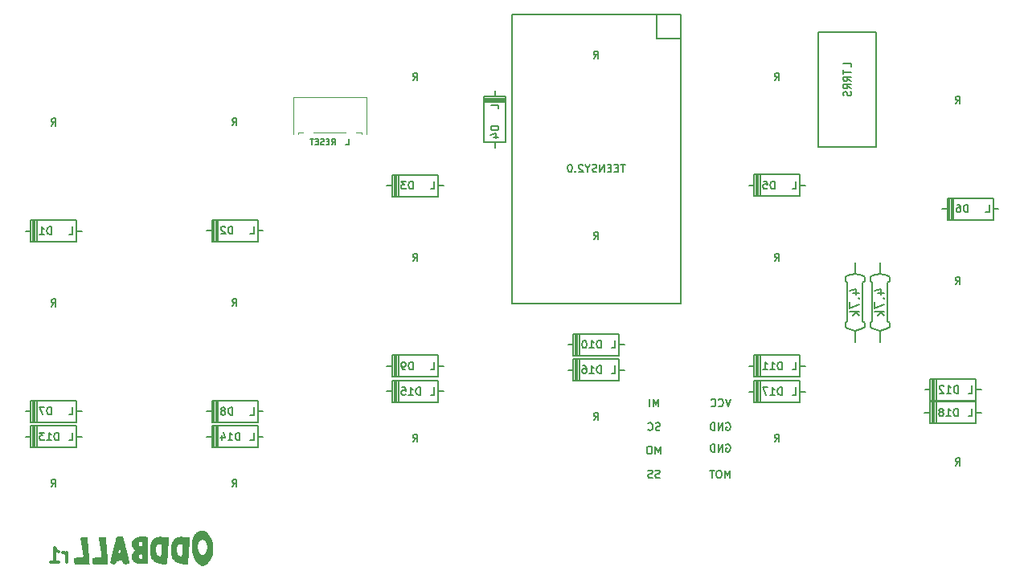
<source format=gbr>
G04 #@! TF.GenerationSoftware,KiCad,Pcbnew,(5.1.0)-1*
G04 #@! TF.CreationDate,2020-01-19T23:14:33+11:00*
G04 #@! TF.ProjectId,oddball,6f646462-616c-46c2-9e6b-696361645f70,rev?*
G04 #@! TF.SameCoordinates,Original*
G04 #@! TF.FileFunction,Legend,Bot*
G04 #@! TF.FilePolarity,Positive*
%FSLAX46Y46*%
G04 Gerber Fmt 4.6, Leading zero omitted, Abs format (unit mm)*
G04 Created by KiCad (PCBNEW (5.1.0)-1) date 2020-01-19 23:14:33*
%MOMM*%
%LPD*%
G04 APERTURE LIST*
%ADD10C,0.150000*%
%ADD11C,0.300000*%
%ADD12C,0.010000*%
%ADD13C,0.203200*%
%ADD14C,0.120000*%
%ADD15C,0.200000*%
G04 APERTURE END LIST*
D10*
X144359523Y-105573809D02*
X144245238Y-105611904D01*
X144054761Y-105611904D01*
X143978571Y-105573809D01*
X143940476Y-105535714D01*
X143902380Y-105459523D01*
X143902380Y-105383333D01*
X143940476Y-105307142D01*
X143978571Y-105269047D01*
X144054761Y-105230952D01*
X144207142Y-105192857D01*
X144283333Y-105154761D01*
X144321428Y-105116666D01*
X144359523Y-105040476D01*
X144359523Y-104964285D01*
X144321428Y-104888095D01*
X144283333Y-104850000D01*
X144207142Y-104811904D01*
X144016666Y-104811904D01*
X143902380Y-104850000D01*
X143597619Y-105573809D02*
X143483333Y-105611904D01*
X143292857Y-105611904D01*
X143216666Y-105573809D01*
X143178571Y-105535714D01*
X143140476Y-105459523D01*
X143140476Y-105383333D01*
X143178571Y-105307142D01*
X143216666Y-105269047D01*
X143292857Y-105230952D01*
X143445238Y-105192857D01*
X143521428Y-105154761D01*
X143559523Y-105116666D01*
X143597619Y-105040476D01*
X143597619Y-104964285D01*
X143559523Y-104888095D01*
X143521428Y-104850000D01*
X143445238Y-104811904D01*
X143254761Y-104811904D01*
X143140476Y-104850000D01*
X144435714Y-103111904D02*
X144435714Y-102311904D01*
X144169047Y-102883333D01*
X143902380Y-102311904D01*
X143902380Y-103111904D01*
X143369047Y-102311904D02*
X143216666Y-102311904D01*
X143140476Y-102350000D01*
X143064285Y-102426190D01*
X143026190Y-102578571D01*
X143026190Y-102845238D01*
X143064285Y-102997619D01*
X143140476Y-103073809D01*
X143216666Y-103111904D01*
X143369047Y-103111904D01*
X143445238Y-103073809D01*
X143521428Y-102997619D01*
X143559523Y-102845238D01*
X143559523Y-102578571D01*
X143521428Y-102426190D01*
X143445238Y-102350000D01*
X143369047Y-102311904D01*
X144378571Y-100573809D02*
X144264285Y-100611904D01*
X144073809Y-100611904D01*
X143997619Y-100573809D01*
X143959523Y-100535714D01*
X143921428Y-100459523D01*
X143921428Y-100383333D01*
X143959523Y-100307142D01*
X143997619Y-100269047D01*
X144073809Y-100230952D01*
X144226190Y-100192857D01*
X144302380Y-100154761D01*
X144340476Y-100116666D01*
X144378571Y-100040476D01*
X144378571Y-99964285D01*
X144340476Y-99888095D01*
X144302380Y-99850000D01*
X144226190Y-99811904D01*
X144035714Y-99811904D01*
X143921428Y-99850000D01*
X143121428Y-100535714D02*
X143159523Y-100573809D01*
X143273809Y-100611904D01*
X143350000Y-100611904D01*
X143464285Y-100573809D01*
X143540476Y-100497619D01*
X143578571Y-100421428D01*
X143616666Y-100269047D01*
X143616666Y-100154761D01*
X143578571Y-100002380D01*
X143540476Y-99926190D01*
X143464285Y-99850000D01*
X143350000Y-99811904D01*
X143273809Y-99811904D01*
X143159523Y-99850000D01*
X143121428Y-99888095D01*
X144207142Y-98111904D02*
X144207142Y-97311904D01*
X143940476Y-97883333D01*
X143673809Y-97311904D01*
X143673809Y-98111904D01*
X143292857Y-98111904D02*
X143292857Y-97311904D01*
X151740476Y-105611904D02*
X151740476Y-104811904D01*
X151473809Y-105383333D01*
X151207142Y-104811904D01*
X151207142Y-105611904D01*
X150673809Y-104811904D02*
X150521428Y-104811904D01*
X150445238Y-104850000D01*
X150369047Y-104926190D01*
X150330952Y-105078571D01*
X150330952Y-105345238D01*
X150369047Y-105497619D01*
X150445238Y-105573809D01*
X150521428Y-105611904D01*
X150673809Y-105611904D01*
X150750000Y-105573809D01*
X150826190Y-105497619D01*
X150864285Y-105345238D01*
X150864285Y-105078571D01*
X150826190Y-104926190D01*
X150750000Y-104850000D01*
X150673809Y-104811904D01*
X150102380Y-104811904D02*
X149645238Y-104811904D01*
X149873809Y-105611904D02*
X149873809Y-104811904D01*
X151359523Y-102100000D02*
X151435714Y-102061904D01*
X151550000Y-102061904D01*
X151664285Y-102100000D01*
X151740476Y-102176190D01*
X151778571Y-102252380D01*
X151816666Y-102404761D01*
X151816666Y-102519047D01*
X151778571Y-102671428D01*
X151740476Y-102747619D01*
X151664285Y-102823809D01*
X151550000Y-102861904D01*
X151473809Y-102861904D01*
X151359523Y-102823809D01*
X151321428Y-102785714D01*
X151321428Y-102519047D01*
X151473809Y-102519047D01*
X150978571Y-102861904D02*
X150978571Y-102061904D01*
X150521428Y-102861904D01*
X150521428Y-102061904D01*
X150140476Y-102861904D02*
X150140476Y-102061904D01*
X149950000Y-102061904D01*
X149835714Y-102100000D01*
X149759523Y-102176190D01*
X149721428Y-102252380D01*
X149683333Y-102404761D01*
X149683333Y-102519047D01*
X149721428Y-102671428D01*
X149759523Y-102747619D01*
X149835714Y-102823809D01*
X149950000Y-102861904D01*
X150140476Y-102861904D01*
X151359523Y-99850000D02*
X151435714Y-99811904D01*
X151550000Y-99811904D01*
X151664285Y-99850000D01*
X151740476Y-99926190D01*
X151778571Y-100002380D01*
X151816666Y-100154761D01*
X151816666Y-100269047D01*
X151778571Y-100421428D01*
X151740476Y-100497619D01*
X151664285Y-100573809D01*
X151550000Y-100611904D01*
X151473809Y-100611904D01*
X151359523Y-100573809D01*
X151321428Y-100535714D01*
X151321428Y-100269047D01*
X151473809Y-100269047D01*
X150978571Y-100611904D02*
X150978571Y-99811904D01*
X150521428Y-100611904D01*
X150521428Y-99811904D01*
X150140476Y-100611904D02*
X150140476Y-99811904D01*
X149950000Y-99811904D01*
X149835714Y-99850000D01*
X149759523Y-99926190D01*
X149721428Y-100002380D01*
X149683333Y-100154761D01*
X149683333Y-100269047D01*
X149721428Y-100421428D01*
X149759523Y-100497619D01*
X149835714Y-100573809D01*
X149950000Y-100611904D01*
X150140476Y-100611904D01*
X151816666Y-97311904D02*
X151550000Y-98111904D01*
X151283333Y-97311904D01*
X150559523Y-98035714D02*
X150597619Y-98073809D01*
X150711904Y-98111904D01*
X150788095Y-98111904D01*
X150902380Y-98073809D01*
X150978571Y-97997619D01*
X151016666Y-97921428D01*
X151054761Y-97769047D01*
X151054761Y-97654761D01*
X151016666Y-97502380D01*
X150978571Y-97426190D01*
X150902380Y-97350000D01*
X150788095Y-97311904D01*
X150711904Y-97311904D01*
X150597619Y-97350000D01*
X150559523Y-97388095D01*
X149759523Y-98035714D02*
X149797619Y-98073809D01*
X149911904Y-98111904D01*
X149988095Y-98111904D01*
X150102380Y-98073809D01*
X150178571Y-97997619D01*
X150216666Y-97921428D01*
X150254761Y-97769047D01*
X150254761Y-97654761D01*
X150216666Y-97502380D01*
X150178571Y-97426190D01*
X150102380Y-97350000D01*
X149988095Y-97311904D01*
X149911904Y-97311904D01*
X149797619Y-97350000D01*
X149759523Y-97388095D01*
D11*
X81901428Y-114488571D02*
X81901428Y-113488571D01*
X81901428Y-113774285D02*
X81830000Y-113631428D01*
X81758571Y-113560000D01*
X81615714Y-113488571D01*
X81472857Y-113488571D01*
X80187142Y-114488571D02*
X81044285Y-114488571D01*
X80615714Y-114488571D02*
X80615714Y-112988571D01*
X80758571Y-113202857D01*
X80901428Y-113345714D01*
X81044285Y-113417142D01*
D10*
X144000000Y-56760000D02*
X144000000Y-59300000D01*
X144000000Y-59300000D02*
X146540000Y-59300000D01*
X146540000Y-87240000D02*
X128760000Y-87240000D01*
X128760000Y-87240000D02*
X128760000Y-56760000D01*
X128760000Y-56760000D02*
X146540000Y-56760000D01*
X146540000Y-56760000D02*
X146540000Y-87240000D01*
D12*
G36*
X89878596Y-111800639D02*
G01*
X89875166Y-111800709D01*
X89763810Y-111805699D01*
X89655353Y-111815810D01*
X89550448Y-111830825D01*
X89449747Y-111850527D01*
X89353904Y-111874701D01*
X89263572Y-111903130D01*
X89179404Y-111935597D01*
X89102052Y-111971886D01*
X89032169Y-112011781D01*
X88970409Y-112055066D01*
X88917424Y-112101523D01*
X88894592Y-112125686D01*
X88844911Y-112188636D01*
X88804855Y-112254245D01*
X88774213Y-112323079D01*
X88752771Y-112395703D01*
X88740319Y-112472682D01*
X88736621Y-112546862D01*
X88740679Y-112628800D01*
X88753355Y-112706755D01*
X88774976Y-112781702D01*
X88805865Y-112854615D01*
X88846349Y-112926465D01*
X88879945Y-112975793D01*
X88890145Y-112988380D01*
X88906465Y-113006779D01*
X88927724Y-113029736D01*
X88952741Y-113055999D01*
X88980333Y-113084315D01*
X89009319Y-113113431D01*
X89016101Y-113120150D01*
X89126781Y-113229521D01*
X89040280Y-113323350D01*
X88991062Y-113377539D01*
X88948618Y-113426128D01*
X88912109Y-113470243D01*
X88880693Y-113511011D01*
X88853534Y-113549560D01*
X88829789Y-113587016D01*
X88808621Y-113624507D01*
X88792910Y-113655422D01*
X88765684Y-113717054D01*
X88746115Y-113774923D01*
X88733690Y-113831302D01*
X88727894Y-113888465D01*
X88727944Y-113942960D01*
X88733362Y-114002094D01*
X88744700Y-114058021D01*
X88762535Y-114112027D01*
X88787447Y-114165397D01*
X88820014Y-114219419D01*
X88860815Y-114275378D01*
X88897584Y-114319875D01*
X88955227Y-114378976D01*
X89020610Y-114431717D01*
X89093772Y-114478116D01*
X89174749Y-114518187D01*
X89263580Y-114551947D01*
X89360302Y-114579412D01*
X89464955Y-114600597D01*
X89577575Y-114615519D01*
X89607740Y-114618338D01*
X89639154Y-114620315D01*
X89679612Y-114621693D01*
X89728018Y-114622481D01*
X89783274Y-114622686D01*
X89844284Y-114622317D01*
X89909950Y-114621382D01*
X89979175Y-114619888D01*
X90050862Y-114617844D01*
X90123914Y-114615257D01*
X90144950Y-114614417D01*
X90331640Y-114606766D01*
X90331640Y-114093720D01*
X89869314Y-114093720D01*
X89869196Y-114129047D01*
X89868622Y-114159159D01*
X89867565Y-114182907D01*
X89865998Y-114199141D01*
X89863893Y-114206709D01*
X89863188Y-114207120D01*
X89856447Y-114206194D01*
X89841412Y-114203619D01*
X89819757Y-114199699D01*
X89793160Y-114194737D01*
X89763296Y-114189036D01*
X89763155Y-114189008D01*
X89697958Y-114175366D01*
X89641748Y-114161206D01*
X89593352Y-114146113D01*
X89551597Y-114129669D01*
X89515309Y-114111458D01*
X89483317Y-114091064D01*
X89479410Y-114088229D01*
X89442696Y-114055565D01*
X89415015Y-114018396D01*
X89396395Y-113976920D01*
X89386862Y-113931334D01*
X89386445Y-113881836D01*
X89395170Y-113828623D01*
X89413064Y-113771893D01*
X89430373Y-113731640D01*
X89450533Y-113697777D01*
X89476684Y-113669379D01*
X89509518Y-113646064D01*
X89549723Y-113627446D01*
X89597991Y-113613141D01*
X89655012Y-113602765D01*
X89663942Y-113601577D01*
X89712342Y-113598835D01*
X89756114Y-113603335D01*
X89793995Y-113614918D01*
X89802463Y-113618937D01*
X89819073Y-113628770D01*
X89830989Y-113639783D01*
X89839413Y-113654134D01*
X89845547Y-113673980D01*
X89850592Y-113701478D01*
X89851380Y-113706740D01*
X89854330Y-113730942D01*
X89857095Y-113761434D01*
X89859649Y-113797064D01*
X89861963Y-113836681D01*
X89864012Y-113879136D01*
X89865767Y-113923279D01*
X89867202Y-113967959D01*
X89868290Y-114012026D01*
X89869003Y-114054330D01*
X89869314Y-114093720D01*
X90331640Y-114093720D01*
X90331640Y-112474278D01*
X89866779Y-112474278D01*
X89866572Y-112511248D01*
X89865872Y-112548084D01*
X89864681Y-112583073D01*
X89863000Y-112614503D01*
X89860831Y-112640659D01*
X89860044Y-112647560D01*
X89853842Y-112691640D01*
X89847088Y-112726724D01*
X89839305Y-112753973D01*
X89830018Y-112774549D01*
X89818752Y-112789614D01*
X89805030Y-112800332D01*
X89795584Y-112805090D01*
X89758510Y-112817408D01*
X89712741Y-112826252D01*
X89658004Y-112831657D01*
X89594026Y-112833658D01*
X89574720Y-112833616D01*
X89544399Y-112833163D01*
X89522214Y-112832256D01*
X89506145Y-112830662D01*
X89494172Y-112828148D01*
X89484273Y-112824484D01*
X89480791Y-112822820D01*
X89466214Y-112812497D01*
X89453267Y-112796428D01*
X89441410Y-112773549D01*
X89430108Y-112742796D01*
X89418821Y-112703103D01*
X89417319Y-112697198D01*
X89402819Y-112630101D01*
X89395001Y-112570397D01*
X89393884Y-112517808D01*
X89399485Y-112472059D01*
X89411824Y-112432870D01*
X89430920Y-112399966D01*
X89438097Y-112391132D01*
X89467718Y-112364269D01*
X89506237Y-112340792D01*
X89552861Y-112321044D01*
X89606794Y-112305365D01*
X89661903Y-112294871D01*
X89698802Y-112289976D01*
X89728375Y-112287585D01*
X89753143Y-112287695D01*
X89775628Y-112290305D01*
X89795903Y-112294766D01*
X89825203Y-112306084D01*
X89846257Y-112322861D01*
X89859693Y-112345611D01*
X89860353Y-112347407D01*
X89862639Y-112359340D01*
X89864422Y-112379707D01*
X89865706Y-112406795D01*
X89866491Y-112438890D01*
X89866779Y-112474278D01*
X90331640Y-112474278D01*
X90331640Y-111845734D01*
X90295628Y-111837543D01*
X90230266Y-111824027D01*
X90166216Y-111813717D01*
X90101252Y-111806418D01*
X90033146Y-111801936D01*
X89959669Y-111800074D01*
X89878596Y-111800639D01*
X89878596Y-111800639D01*
G37*
X89878596Y-111800639D02*
X89875166Y-111800709D01*
X89763810Y-111805699D01*
X89655353Y-111815810D01*
X89550448Y-111830825D01*
X89449747Y-111850527D01*
X89353904Y-111874701D01*
X89263572Y-111903130D01*
X89179404Y-111935597D01*
X89102052Y-111971886D01*
X89032169Y-112011781D01*
X88970409Y-112055066D01*
X88917424Y-112101523D01*
X88894592Y-112125686D01*
X88844911Y-112188636D01*
X88804855Y-112254245D01*
X88774213Y-112323079D01*
X88752771Y-112395703D01*
X88740319Y-112472682D01*
X88736621Y-112546862D01*
X88740679Y-112628800D01*
X88753355Y-112706755D01*
X88774976Y-112781702D01*
X88805865Y-112854615D01*
X88846349Y-112926465D01*
X88879945Y-112975793D01*
X88890145Y-112988380D01*
X88906465Y-113006779D01*
X88927724Y-113029736D01*
X88952741Y-113055999D01*
X88980333Y-113084315D01*
X89009319Y-113113431D01*
X89016101Y-113120150D01*
X89126781Y-113229521D01*
X89040280Y-113323350D01*
X88991062Y-113377539D01*
X88948618Y-113426128D01*
X88912109Y-113470243D01*
X88880693Y-113511011D01*
X88853534Y-113549560D01*
X88829789Y-113587016D01*
X88808621Y-113624507D01*
X88792910Y-113655422D01*
X88765684Y-113717054D01*
X88746115Y-113774923D01*
X88733690Y-113831302D01*
X88727894Y-113888465D01*
X88727944Y-113942960D01*
X88733362Y-114002094D01*
X88744700Y-114058021D01*
X88762535Y-114112027D01*
X88787447Y-114165397D01*
X88820014Y-114219419D01*
X88860815Y-114275378D01*
X88897584Y-114319875D01*
X88955227Y-114378976D01*
X89020610Y-114431717D01*
X89093772Y-114478116D01*
X89174749Y-114518187D01*
X89263580Y-114551947D01*
X89360302Y-114579412D01*
X89464955Y-114600597D01*
X89577575Y-114615519D01*
X89607740Y-114618338D01*
X89639154Y-114620315D01*
X89679612Y-114621693D01*
X89728018Y-114622481D01*
X89783274Y-114622686D01*
X89844284Y-114622317D01*
X89909950Y-114621382D01*
X89979175Y-114619888D01*
X90050862Y-114617844D01*
X90123914Y-114615257D01*
X90144950Y-114614417D01*
X90331640Y-114606766D01*
X90331640Y-114093720D01*
X89869314Y-114093720D01*
X89869196Y-114129047D01*
X89868622Y-114159159D01*
X89867565Y-114182907D01*
X89865998Y-114199141D01*
X89863893Y-114206709D01*
X89863188Y-114207120D01*
X89856447Y-114206194D01*
X89841412Y-114203619D01*
X89819757Y-114199699D01*
X89793160Y-114194737D01*
X89763296Y-114189036D01*
X89763155Y-114189008D01*
X89697958Y-114175366D01*
X89641748Y-114161206D01*
X89593352Y-114146113D01*
X89551597Y-114129669D01*
X89515309Y-114111458D01*
X89483317Y-114091064D01*
X89479410Y-114088229D01*
X89442696Y-114055565D01*
X89415015Y-114018396D01*
X89396395Y-113976920D01*
X89386862Y-113931334D01*
X89386445Y-113881836D01*
X89395170Y-113828623D01*
X89413064Y-113771893D01*
X89430373Y-113731640D01*
X89450533Y-113697777D01*
X89476684Y-113669379D01*
X89509518Y-113646064D01*
X89549723Y-113627446D01*
X89597991Y-113613141D01*
X89655012Y-113602765D01*
X89663942Y-113601577D01*
X89712342Y-113598835D01*
X89756114Y-113603335D01*
X89793995Y-113614918D01*
X89802463Y-113618937D01*
X89819073Y-113628770D01*
X89830989Y-113639783D01*
X89839413Y-113654134D01*
X89845547Y-113673980D01*
X89850592Y-113701478D01*
X89851380Y-113706740D01*
X89854330Y-113730942D01*
X89857095Y-113761434D01*
X89859649Y-113797064D01*
X89861963Y-113836681D01*
X89864012Y-113879136D01*
X89865767Y-113923279D01*
X89867202Y-113967959D01*
X89868290Y-114012026D01*
X89869003Y-114054330D01*
X89869314Y-114093720D01*
X90331640Y-114093720D01*
X90331640Y-112474278D01*
X89866779Y-112474278D01*
X89866572Y-112511248D01*
X89865872Y-112548084D01*
X89864681Y-112583073D01*
X89863000Y-112614503D01*
X89860831Y-112640659D01*
X89860044Y-112647560D01*
X89853842Y-112691640D01*
X89847088Y-112726724D01*
X89839305Y-112753973D01*
X89830018Y-112774549D01*
X89818752Y-112789614D01*
X89805030Y-112800332D01*
X89795584Y-112805090D01*
X89758510Y-112817408D01*
X89712741Y-112826252D01*
X89658004Y-112831657D01*
X89594026Y-112833658D01*
X89574720Y-112833616D01*
X89544399Y-112833163D01*
X89522214Y-112832256D01*
X89506145Y-112830662D01*
X89494172Y-112828148D01*
X89484273Y-112824484D01*
X89480791Y-112822820D01*
X89466214Y-112812497D01*
X89453267Y-112796428D01*
X89441410Y-112773549D01*
X89430108Y-112742796D01*
X89418821Y-112703103D01*
X89417319Y-112697198D01*
X89402819Y-112630101D01*
X89395001Y-112570397D01*
X89393884Y-112517808D01*
X89399485Y-112472059D01*
X89411824Y-112432870D01*
X89430920Y-112399966D01*
X89438097Y-112391132D01*
X89467718Y-112364269D01*
X89506237Y-112340792D01*
X89552861Y-112321044D01*
X89606794Y-112305365D01*
X89661903Y-112294871D01*
X89698802Y-112289976D01*
X89728375Y-112287585D01*
X89753143Y-112287695D01*
X89775628Y-112290305D01*
X89795903Y-112294766D01*
X89825203Y-112306084D01*
X89846257Y-112322861D01*
X89859693Y-112345611D01*
X89860353Y-112347407D01*
X89862639Y-112359340D01*
X89864422Y-112379707D01*
X89865706Y-112406795D01*
X89866491Y-112438890D01*
X89866779Y-112474278D01*
X90331640Y-112474278D01*
X90331640Y-111845734D01*
X90295628Y-111837543D01*
X90230266Y-111824027D01*
X90166216Y-111813717D01*
X90101252Y-111806418D01*
X90033146Y-111801936D01*
X89959669Y-111800074D01*
X89878596Y-111800639D01*
G36*
X87565403Y-111791120D02*
G01*
X87513686Y-111794648D01*
X87463175Y-111799037D01*
X87435198Y-111801849D01*
X87402336Y-111805468D01*
X87366082Y-111809699D01*
X87327932Y-111814346D01*
X87289381Y-111819214D01*
X87251923Y-111824109D01*
X87217053Y-111828833D01*
X87186265Y-111833193D01*
X87161055Y-111836992D01*
X87142916Y-111840035D01*
X87133344Y-111842128D01*
X87133240Y-111842162D01*
X87128445Y-111847861D01*
X87123500Y-111859697D01*
X87122369Y-111863530D01*
X87109594Y-111911301D01*
X87094774Y-111967329D01*
X87078091Y-112030899D01*
X87059727Y-112101294D01*
X87039863Y-112177800D01*
X87018680Y-112259700D01*
X86996362Y-112346279D01*
X86973088Y-112436822D01*
X86949042Y-112530612D01*
X86924403Y-112626934D01*
X86899356Y-112725072D01*
X86874080Y-112824311D01*
X86848757Y-112923935D01*
X86823570Y-113023229D01*
X86798700Y-113121476D01*
X86774328Y-113217962D01*
X86750637Y-113311970D01*
X86727807Y-113402784D01*
X86706021Y-113489690D01*
X86685460Y-113571972D01*
X86666306Y-113648913D01*
X86648741Y-113719799D01*
X86632945Y-113783913D01*
X86619102Y-113840540D01*
X86607392Y-113888964D01*
X86597998Y-113928470D01*
X86595797Y-113937880D01*
X86572400Y-114040733D01*
X86552334Y-114134009D01*
X86535596Y-114217729D01*
X86522182Y-114291914D01*
X86512088Y-114356584D01*
X86505312Y-114411759D01*
X86501848Y-114457461D01*
X86501354Y-114478208D01*
X86502411Y-114511357D01*
X86506188Y-114536553D01*
X86513531Y-114555828D01*
X86525280Y-114571212D01*
X86542280Y-114584737D01*
X86546768Y-114587640D01*
X86572425Y-114601491D01*
X86601252Y-114612396D01*
X86634544Y-114620587D01*
X86673601Y-114626296D01*
X86719717Y-114629753D01*
X86774192Y-114631192D01*
X86790880Y-114631265D01*
X86826235Y-114631168D01*
X86853341Y-114630743D01*
X86874106Y-114629828D01*
X86890441Y-114628263D01*
X86904255Y-114625888D01*
X86917456Y-114622540D01*
X86926304Y-114619865D01*
X86947600Y-114612301D01*
X86963030Y-114603989D01*
X86976718Y-114592347D01*
X86985980Y-114582500D01*
X86994060Y-114573149D01*
X87001390Y-114563546D01*
X87008720Y-114552334D01*
X87016797Y-114538151D01*
X87026370Y-114519638D01*
X87038189Y-114495433D01*
X87053000Y-114464178D01*
X87063950Y-114440800D01*
X87086982Y-114398987D01*
X87112597Y-114366777D01*
X87141037Y-114343887D01*
X87153203Y-114337304D01*
X87181683Y-114325952D01*
X87217425Y-114315069D01*
X87258989Y-114304825D01*
X87304933Y-114295395D01*
X87353817Y-114286951D01*
X87404200Y-114279665D01*
X87454642Y-114273709D01*
X87503701Y-114269257D01*
X87549937Y-114266480D01*
X87591910Y-114265552D01*
X87628177Y-114266645D01*
X87657299Y-114269931D01*
X87675748Y-114274726D01*
X87696576Y-114285386D01*
X87715121Y-114300893D01*
X87731945Y-114322190D01*
X87747611Y-114350221D01*
X87762680Y-114385928D01*
X87777714Y-114430254D01*
X87786878Y-114461120D01*
X87801653Y-114508880D01*
X87816075Y-114546999D01*
X87830385Y-114575976D01*
X87844820Y-114596312D01*
X87856337Y-114606509D01*
X87870435Y-114613453D01*
X87889724Y-114619950D01*
X87904597Y-114623483D01*
X87921206Y-114625598D01*
X87946029Y-114627453D01*
X87977121Y-114629016D01*
X88012539Y-114630252D01*
X88050337Y-114631128D01*
X88088573Y-114631610D01*
X88125303Y-114631664D01*
X88158581Y-114631256D01*
X88186465Y-114630354D01*
X88207010Y-114628923D01*
X88208569Y-114628751D01*
X88263266Y-114620318D01*
X88308647Y-114608640D01*
X88345065Y-114593593D01*
X88372870Y-114575055D01*
X88379117Y-114569265D01*
X88388515Y-114558999D01*
X88393632Y-114549645D01*
X88395752Y-114537465D01*
X88396160Y-114519682D01*
X88394835Y-114496410D01*
X88390857Y-114463403D01*
X88384226Y-114420656D01*
X88374941Y-114368163D01*
X88362999Y-114305918D01*
X88348401Y-114233915D01*
X88331145Y-114152149D01*
X88311229Y-114060613D01*
X88288652Y-113959301D01*
X88263414Y-113848209D01*
X88235512Y-113727329D01*
X88204947Y-113596657D01*
X88175725Y-113473060D01*
X88157952Y-113398545D01*
X87542280Y-113398545D01*
X87540924Y-113440101D01*
X87536625Y-113473331D01*
X87528754Y-113499082D01*
X87516687Y-113518199D01*
X87499796Y-113531528D01*
X87477454Y-113539917D01*
X87449035Y-113544211D01*
X87413913Y-113545256D01*
X87395400Y-113544881D01*
X87366190Y-113543525D01*
X87344128Y-113541243D01*
X87326216Y-113537564D01*
X87309453Y-113532014D01*
X87306681Y-113530922D01*
X87283741Y-113519281D01*
X87267439Y-113504705D01*
X87257380Y-113485983D01*
X87253171Y-113461906D01*
X87254417Y-113431265D01*
X87260723Y-113392850D01*
X87261087Y-113391075D01*
X87278576Y-113319623D01*
X87301805Y-113247861D01*
X87331564Y-113173546D01*
X87357352Y-113117460D01*
X87377174Y-113079101D01*
X87395156Y-113050378D01*
X87411651Y-113031003D01*
X87427012Y-113020692D01*
X87441593Y-113019159D01*
X87455745Y-113026117D01*
X87462471Y-113032370D01*
X87480436Y-113057238D01*
X87496625Y-113091088D01*
X87510772Y-113132853D01*
X87522612Y-113181469D01*
X87531877Y-113235868D01*
X87538301Y-113294986D01*
X87541318Y-113347817D01*
X87542280Y-113398545D01*
X88157952Y-113398545D01*
X88135878Y-113306007D01*
X88097744Y-113147610D01*
X88061344Y-112997954D01*
X88026701Y-112857122D01*
X87993838Y-112725199D01*
X87962776Y-112602269D01*
X87933539Y-112488417D01*
X87906148Y-112383727D01*
X87880627Y-112288284D01*
X87856996Y-112202173D01*
X87835280Y-112125477D01*
X87815500Y-112058281D01*
X87797679Y-112000670D01*
X87781838Y-111952727D01*
X87768002Y-111914538D01*
X87756191Y-111886187D01*
X87752781Y-111879083D01*
X87735126Y-111848640D01*
X87715659Y-111823217D01*
X87695885Y-111804564D01*
X87681314Y-111795883D01*
X87665355Y-111791870D01*
X87640926Y-111789735D01*
X87607712Y-111789483D01*
X87565403Y-111791120D01*
X87565403Y-111791120D01*
G37*
X87565403Y-111791120D02*
X87513686Y-111794648D01*
X87463175Y-111799037D01*
X87435198Y-111801849D01*
X87402336Y-111805468D01*
X87366082Y-111809699D01*
X87327932Y-111814346D01*
X87289381Y-111819214D01*
X87251923Y-111824109D01*
X87217053Y-111828833D01*
X87186265Y-111833193D01*
X87161055Y-111836992D01*
X87142916Y-111840035D01*
X87133344Y-111842128D01*
X87133240Y-111842162D01*
X87128445Y-111847861D01*
X87123500Y-111859697D01*
X87122369Y-111863530D01*
X87109594Y-111911301D01*
X87094774Y-111967329D01*
X87078091Y-112030899D01*
X87059727Y-112101294D01*
X87039863Y-112177800D01*
X87018680Y-112259700D01*
X86996362Y-112346279D01*
X86973088Y-112436822D01*
X86949042Y-112530612D01*
X86924403Y-112626934D01*
X86899356Y-112725072D01*
X86874080Y-112824311D01*
X86848757Y-112923935D01*
X86823570Y-113023229D01*
X86798700Y-113121476D01*
X86774328Y-113217962D01*
X86750637Y-113311970D01*
X86727807Y-113402784D01*
X86706021Y-113489690D01*
X86685460Y-113571972D01*
X86666306Y-113648913D01*
X86648741Y-113719799D01*
X86632945Y-113783913D01*
X86619102Y-113840540D01*
X86607392Y-113888964D01*
X86597998Y-113928470D01*
X86595797Y-113937880D01*
X86572400Y-114040733D01*
X86552334Y-114134009D01*
X86535596Y-114217729D01*
X86522182Y-114291914D01*
X86512088Y-114356584D01*
X86505312Y-114411759D01*
X86501848Y-114457461D01*
X86501354Y-114478208D01*
X86502411Y-114511357D01*
X86506188Y-114536553D01*
X86513531Y-114555828D01*
X86525280Y-114571212D01*
X86542280Y-114584737D01*
X86546768Y-114587640D01*
X86572425Y-114601491D01*
X86601252Y-114612396D01*
X86634544Y-114620587D01*
X86673601Y-114626296D01*
X86719717Y-114629753D01*
X86774192Y-114631192D01*
X86790880Y-114631265D01*
X86826235Y-114631168D01*
X86853341Y-114630743D01*
X86874106Y-114629828D01*
X86890441Y-114628263D01*
X86904255Y-114625888D01*
X86917456Y-114622540D01*
X86926304Y-114619865D01*
X86947600Y-114612301D01*
X86963030Y-114603989D01*
X86976718Y-114592347D01*
X86985980Y-114582500D01*
X86994060Y-114573149D01*
X87001390Y-114563546D01*
X87008720Y-114552334D01*
X87016797Y-114538151D01*
X87026370Y-114519638D01*
X87038189Y-114495433D01*
X87053000Y-114464178D01*
X87063950Y-114440800D01*
X87086982Y-114398987D01*
X87112597Y-114366777D01*
X87141037Y-114343887D01*
X87153203Y-114337304D01*
X87181683Y-114325952D01*
X87217425Y-114315069D01*
X87258989Y-114304825D01*
X87304933Y-114295395D01*
X87353817Y-114286951D01*
X87404200Y-114279665D01*
X87454642Y-114273709D01*
X87503701Y-114269257D01*
X87549937Y-114266480D01*
X87591910Y-114265552D01*
X87628177Y-114266645D01*
X87657299Y-114269931D01*
X87675748Y-114274726D01*
X87696576Y-114285386D01*
X87715121Y-114300893D01*
X87731945Y-114322190D01*
X87747611Y-114350221D01*
X87762680Y-114385928D01*
X87777714Y-114430254D01*
X87786878Y-114461120D01*
X87801653Y-114508880D01*
X87816075Y-114546999D01*
X87830385Y-114575976D01*
X87844820Y-114596312D01*
X87856337Y-114606509D01*
X87870435Y-114613453D01*
X87889724Y-114619950D01*
X87904597Y-114623483D01*
X87921206Y-114625598D01*
X87946029Y-114627453D01*
X87977121Y-114629016D01*
X88012539Y-114630252D01*
X88050337Y-114631128D01*
X88088573Y-114631610D01*
X88125303Y-114631664D01*
X88158581Y-114631256D01*
X88186465Y-114630354D01*
X88207010Y-114628923D01*
X88208569Y-114628751D01*
X88263266Y-114620318D01*
X88308647Y-114608640D01*
X88345065Y-114593593D01*
X88372870Y-114575055D01*
X88379117Y-114569265D01*
X88388515Y-114558999D01*
X88393632Y-114549645D01*
X88395752Y-114537465D01*
X88396160Y-114519682D01*
X88394835Y-114496410D01*
X88390857Y-114463403D01*
X88384226Y-114420656D01*
X88374941Y-114368163D01*
X88362999Y-114305918D01*
X88348401Y-114233915D01*
X88331145Y-114152149D01*
X88311229Y-114060613D01*
X88288652Y-113959301D01*
X88263414Y-113848209D01*
X88235512Y-113727329D01*
X88204947Y-113596657D01*
X88175725Y-113473060D01*
X88157952Y-113398545D01*
X87542280Y-113398545D01*
X87540924Y-113440101D01*
X87536625Y-113473331D01*
X87528754Y-113499082D01*
X87516687Y-113518199D01*
X87499796Y-113531528D01*
X87477454Y-113539917D01*
X87449035Y-113544211D01*
X87413913Y-113545256D01*
X87395400Y-113544881D01*
X87366190Y-113543525D01*
X87344128Y-113541243D01*
X87326216Y-113537564D01*
X87309453Y-113532014D01*
X87306681Y-113530922D01*
X87283741Y-113519281D01*
X87267439Y-113504705D01*
X87257380Y-113485983D01*
X87253171Y-113461906D01*
X87254417Y-113431265D01*
X87260723Y-113392850D01*
X87261087Y-113391075D01*
X87278576Y-113319623D01*
X87301805Y-113247861D01*
X87331564Y-113173546D01*
X87357352Y-113117460D01*
X87377174Y-113079101D01*
X87395156Y-113050378D01*
X87411651Y-113031003D01*
X87427012Y-113020692D01*
X87441593Y-113019159D01*
X87455745Y-113026117D01*
X87462471Y-113032370D01*
X87480436Y-113057238D01*
X87496625Y-113091088D01*
X87510772Y-113132853D01*
X87522612Y-113181469D01*
X87531877Y-113235868D01*
X87538301Y-113294986D01*
X87541318Y-113347817D01*
X87542280Y-113398545D01*
X88157952Y-113398545D01*
X88135878Y-113306007D01*
X88097744Y-113147610D01*
X88061344Y-112997954D01*
X88026701Y-112857122D01*
X87993838Y-112725199D01*
X87962776Y-112602269D01*
X87933539Y-112488417D01*
X87906148Y-112383727D01*
X87880627Y-112288284D01*
X87856996Y-112202173D01*
X87835280Y-112125477D01*
X87815500Y-112058281D01*
X87797679Y-112000670D01*
X87781838Y-111952727D01*
X87768002Y-111914538D01*
X87756191Y-111886187D01*
X87752781Y-111879083D01*
X87735126Y-111848640D01*
X87715659Y-111823217D01*
X87695885Y-111804564D01*
X87681314Y-111795883D01*
X87665355Y-111791870D01*
X87640926Y-111789735D01*
X87607712Y-111789483D01*
X87565403Y-111791120D01*
G36*
X91671853Y-111830515D02*
G01*
X91613504Y-111832973D01*
X91559456Y-111837503D01*
X91508761Y-111844150D01*
X91460469Y-111852964D01*
X91413628Y-111863992D01*
X91367291Y-111877280D01*
X91348859Y-111883181D01*
X91276396Y-111909542D01*
X91211981Y-111938648D01*
X91153620Y-111971697D01*
X91099318Y-112009885D01*
X91047081Y-112054411D01*
X91019757Y-112080781D01*
X90961540Y-112145505D01*
X90908747Y-112217627D01*
X90861303Y-112297340D01*
X90819135Y-112384836D01*
X90782167Y-112480309D01*
X90750325Y-112583953D01*
X90723533Y-112695959D01*
X90701717Y-112816521D01*
X90684920Y-112944740D01*
X90676761Y-113032661D01*
X90670989Y-113123122D01*
X90667592Y-113214444D01*
X90666560Y-113304951D01*
X90667879Y-113392966D01*
X90671538Y-113476813D01*
X90677524Y-113554814D01*
X90685827Y-113625292D01*
X90689958Y-113651986D01*
X90712319Y-113761762D01*
X90741471Y-113864071D01*
X90777579Y-113959149D01*
X90820808Y-114047233D01*
X90871324Y-114128558D01*
X90929291Y-114203359D01*
X90994875Y-114271873D01*
X91068240Y-114334335D01*
X91149552Y-114390981D01*
X91238975Y-114442047D01*
X91245526Y-114445410D01*
X91314427Y-114478271D01*
X91385270Y-114507373D01*
X91459940Y-114533353D01*
X91540323Y-114556849D01*
X91628306Y-114578499D01*
X91659510Y-114585386D01*
X91714865Y-114596745D01*
X91774600Y-114608031D01*
X91836908Y-114618967D01*
X91899982Y-114629281D01*
X91962018Y-114638695D01*
X92021208Y-114646935D01*
X92075746Y-114653727D01*
X92123826Y-114658794D01*
X92160440Y-114661675D01*
X92185153Y-114663182D01*
X92209310Y-114664670D01*
X92228864Y-114665889D01*
X92234100Y-114666221D01*
X92253558Y-114666510D01*
X92276915Y-114665544D01*
X92292520Y-114664209D01*
X92315447Y-114661237D01*
X92330497Y-114657436D01*
X92339939Y-114651357D01*
X92346037Y-114641550D01*
X92350981Y-114626833D01*
X92358240Y-114597596D01*
X92365886Y-114558751D01*
X92373872Y-114510840D01*
X92382150Y-114454407D01*
X92390673Y-114389994D01*
X92399393Y-114318144D01*
X92408264Y-114239399D01*
X92417238Y-114154303D01*
X92426269Y-114063398D01*
X92435307Y-113967227D01*
X92444308Y-113866333D01*
X92453222Y-113761258D01*
X92462004Y-113652545D01*
X92470605Y-113540736D01*
X92478978Y-113426376D01*
X92487077Y-113310005D01*
X92494854Y-113192168D01*
X92502261Y-113073406D01*
X92509252Y-112954262D01*
X92514651Y-112855840D01*
X91906250Y-112855840D01*
X91905641Y-112939420D01*
X91903717Y-113023658D01*
X91900563Y-113107856D01*
X91896265Y-113191317D01*
X91890907Y-113273347D01*
X91884574Y-113353247D01*
X91877352Y-113430322D01*
X91869324Y-113503875D01*
X91860577Y-113573210D01*
X91851195Y-113637630D01*
X91841263Y-113696438D01*
X91830866Y-113748940D01*
X91820089Y-113794437D01*
X91809016Y-113832234D01*
X91797734Y-113861634D01*
X91786327Y-113881940D01*
X91780241Y-113888794D01*
X91761624Y-113899755D01*
X91735653Y-113907158D01*
X91704562Y-113910807D01*
X91670582Y-113910507D01*
X91635948Y-113906062D01*
X91621029Y-113902731D01*
X91566460Y-113884390D01*
X91511258Y-113857748D01*
X91457499Y-113824276D01*
X91407259Y-113785448D01*
X91362614Y-113742736D01*
X91325640Y-113697613D01*
X91319701Y-113688960D01*
X91292657Y-113641007D01*
X91269265Y-113584465D01*
X91249699Y-113520288D01*
X91234133Y-113449433D01*
X91222742Y-113372856D01*
X91215699Y-113291514D01*
X91213179Y-113206361D01*
X91215356Y-113118355D01*
X91215435Y-113116834D01*
X91221646Y-113024775D01*
X91230209Y-112940280D01*
X91241046Y-112863775D01*
X91254080Y-112795687D01*
X91269232Y-112736442D01*
X91286425Y-112686466D01*
X91298926Y-112658622D01*
X91316542Y-112629490D01*
X91336840Y-112605666D01*
X91358265Y-112588644D01*
X91379262Y-112579918D01*
X91381198Y-112579571D01*
X91402869Y-112576592D01*
X91432409Y-112573102D01*
X91467554Y-112569316D01*
X91506039Y-112565448D01*
X91545601Y-112561715D01*
X91583975Y-112558332D01*
X91618896Y-112555513D01*
X91648099Y-112553475D01*
X91665140Y-112552577D01*
X91692471Y-112551711D01*
X91713355Y-112551936D01*
X91731480Y-112553672D01*
X91750537Y-112557336D01*
X91774216Y-112563348D01*
X91784381Y-112566113D01*
X91809218Y-112573423D01*
X91832085Y-112581054D01*
X91850226Y-112588032D01*
X91859956Y-112592777D01*
X91871198Y-112601349D01*
X91880540Y-112612539D01*
X91888142Y-112627258D01*
X91894165Y-112646420D01*
X91898770Y-112670937D01*
X91902117Y-112701722D01*
X91904367Y-112739688D01*
X91905681Y-112785748D01*
X91906218Y-112840815D01*
X91906250Y-112855840D01*
X92514651Y-112855840D01*
X92515779Y-112835280D01*
X92521795Y-112717002D01*
X92527057Y-112604380D01*
X92528037Y-112578099D01*
X92528962Y-112545038D01*
X92529826Y-112506183D01*
X92530623Y-112462523D01*
X92531346Y-112415043D01*
X92531991Y-112364732D01*
X92532551Y-112312576D01*
X92533020Y-112259562D01*
X92533392Y-112206678D01*
X92533662Y-112154910D01*
X92533823Y-112105247D01*
X92533870Y-112058674D01*
X92533797Y-112016180D01*
X92533597Y-111978751D01*
X92533265Y-111947374D01*
X92532795Y-111923037D01*
X92532181Y-111906727D01*
X92531417Y-111899430D01*
X92531280Y-111899166D01*
X92525660Y-111897931D01*
X92511114Y-111895810D01*
X92488825Y-111892932D01*
X92459976Y-111889427D01*
X92425750Y-111885425D01*
X92387330Y-111881055D01*
X92345899Y-111876448D01*
X92302639Y-111871733D01*
X92258735Y-111867039D01*
X92215369Y-111862497D01*
X92173724Y-111858236D01*
X92134983Y-111854386D01*
X92100330Y-111851077D01*
X92070946Y-111848437D01*
X92061380Y-111847635D01*
X91967271Y-111840448D01*
X91882214Y-111835095D01*
X91805259Y-111831623D01*
X91735455Y-111830081D01*
X91671853Y-111830515D01*
X91671853Y-111830515D01*
G37*
X91671853Y-111830515D02*
X91613504Y-111832973D01*
X91559456Y-111837503D01*
X91508761Y-111844150D01*
X91460469Y-111852964D01*
X91413628Y-111863992D01*
X91367291Y-111877280D01*
X91348859Y-111883181D01*
X91276396Y-111909542D01*
X91211981Y-111938648D01*
X91153620Y-111971697D01*
X91099318Y-112009885D01*
X91047081Y-112054411D01*
X91019757Y-112080781D01*
X90961540Y-112145505D01*
X90908747Y-112217627D01*
X90861303Y-112297340D01*
X90819135Y-112384836D01*
X90782167Y-112480309D01*
X90750325Y-112583953D01*
X90723533Y-112695959D01*
X90701717Y-112816521D01*
X90684920Y-112944740D01*
X90676761Y-113032661D01*
X90670989Y-113123122D01*
X90667592Y-113214444D01*
X90666560Y-113304951D01*
X90667879Y-113392966D01*
X90671538Y-113476813D01*
X90677524Y-113554814D01*
X90685827Y-113625292D01*
X90689958Y-113651986D01*
X90712319Y-113761762D01*
X90741471Y-113864071D01*
X90777579Y-113959149D01*
X90820808Y-114047233D01*
X90871324Y-114128558D01*
X90929291Y-114203359D01*
X90994875Y-114271873D01*
X91068240Y-114334335D01*
X91149552Y-114390981D01*
X91238975Y-114442047D01*
X91245526Y-114445410D01*
X91314427Y-114478271D01*
X91385270Y-114507373D01*
X91459940Y-114533353D01*
X91540323Y-114556849D01*
X91628306Y-114578499D01*
X91659510Y-114585386D01*
X91714865Y-114596745D01*
X91774600Y-114608031D01*
X91836908Y-114618967D01*
X91899982Y-114629281D01*
X91962018Y-114638695D01*
X92021208Y-114646935D01*
X92075746Y-114653727D01*
X92123826Y-114658794D01*
X92160440Y-114661675D01*
X92185153Y-114663182D01*
X92209310Y-114664670D01*
X92228864Y-114665889D01*
X92234100Y-114666221D01*
X92253558Y-114666510D01*
X92276915Y-114665544D01*
X92292520Y-114664209D01*
X92315447Y-114661237D01*
X92330497Y-114657436D01*
X92339939Y-114651357D01*
X92346037Y-114641550D01*
X92350981Y-114626833D01*
X92358240Y-114597596D01*
X92365886Y-114558751D01*
X92373872Y-114510840D01*
X92382150Y-114454407D01*
X92390673Y-114389994D01*
X92399393Y-114318144D01*
X92408264Y-114239399D01*
X92417238Y-114154303D01*
X92426269Y-114063398D01*
X92435307Y-113967227D01*
X92444308Y-113866333D01*
X92453222Y-113761258D01*
X92462004Y-113652545D01*
X92470605Y-113540736D01*
X92478978Y-113426376D01*
X92487077Y-113310005D01*
X92494854Y-113192168D01*
X92502261Y-113073406D01*
X92509252Y-112954262D01*
X92514651Y-112855840D01*
X91906250Y-112855840D01*
X91905641Y-112939420D01*
X91903717Y-113023658D01*
X91900563Y-113107856D01*
X91896265Y-113191317D01*
X91890907Y-113273347D01*
X91884574Y-113353247D01*
X91877352Y-113430322D01*
X91869324Y-113503875D01*
X91860577Y-113573210D01*
X91851195Y-113637630D01*
X91841263Y-113696438D01*
X91830866Y-113748940D01*
X91820089Y-113794437D01*
X91809016Y-113832234D01*
X91797734Y-113861634D01*
X91786327Y-113881940D01*
X91780241Y-113888794D01*
X91761624Y-113899755D01*
X91735653Y-113907158D01*
X91704562Y-113910807D01*
X91670582Y-113910507D01*
X91635948Y-113906062D01*
X91621029Y-113902731D01*
X91566460Y-113884390D01*
X91511258Y-113857748D01*
X91457499Y-113824276D01*
X91407259Y-113785448D01*
X91362614Y-113742736D01*
X91325640Y-113697613D01*
X91319701Y-113688960D01*
X91292657Y-113641007D01*
X91269265Y-113584465D01*
X91249699Y-113520288D01*
X91234133Y-113449433D01*
X91222742Y-113372856D01*
X91215699Y-113291514D01*
X91213179Y-113206361D01*
X91215356Y-113118355D01*
X91215435Y-113116834D01*
X91221646Y-113024775D01*
X91230209Y-112940280D01*
X91241046Y-112863775D01*
X91254080Y-112795687D01*
X91269232Y-112736442D01*
X91286425Y-112686466D01*
X91298926Y-112658622D01*
X91316542Y-112629490D01*
X91336840Y-112605666D01*
X91358265Y-112588644D01*
X91379262Y-112579918D01*
X91381198Y-112579571D01*
X91402869Y-112576592D01*
X91432409Y-112573102D01*
X91467554Y-112569316D01*
X91506039Y-112565448D01*
X91545601Y-112561715D01*
X91583975Y-112558332D01*
X91618896Y-112555513D01*
X91648099Y-112553475D01*
X91665140Y-112552577D01*
X91692471Y-112551711D01*
X91713355Y-112551936D01*
X91731480Y-112553672D01*
X91750537Y-112557336D01*
X91774216Y-112563348D01*
X91784381Y-112566113D01*
X91809218Y-112573423D01*
X91832085Y-112581054D01*
X91850226Y-112588032D01*
X91859956Y-112592777D01*
X91871198Y-112601349D01*
X91880540Y-112612539D01*
X91888142Y-112627258D01*
X91894165Y-112646420D01*
X91898770Y-112670937D01*
X91902117Y-112701722D01*
X91904367Y-112739688D01*
X91905681Y-112785748D01*
X91906218Y-112840815D01*
X91906250Y-112855840D01*
X92514651Y-112855840D01*
X92515779Y-112835280D01*
X92521795Y-112717002D01*
X92527057Y-112604380D01*
X92528037Y-112578099D01*
X92528962Y-112545038D01*
X92529826Y-112506183D01*
X92530623Y-112462523D01*
X92531346Y-112415043D01*
X92531991Y-112364732D01*
X92532551Y-112312576D01*
X92533020Y-112259562D01*
X92533392Y-112206678D01*
X92533662Y-112154910D01*
X92533823Y-112105247D01*
X92533870Y-112058674D01*
X92533797Y-112016180D01*
X92533597Y-111978751D01*
X92533265Y-111947374D01*
X92532795Y-111923037D01*
X92532181Y-111906727D01*
X92531417Y-111899430D01*
X92531280Y-111899166D01*
X92525660Y-111897931D01*
X92511114Y-111895810D01*
X92488825Y-111892932D01*
X92459976Y-111889427D01*
X92425750Y-111885425D01*
X92387330Y-111881055D01*
X92345899Y-111876448D01*
X92302639Y-111871733D01*
X92258735Y-111867039D01*
X92215369Y-111862497D01*
X92173724Y-111858236D01*
X92134983Y-111854386D01*
X92100330Y-111851077D01*
X92070946Y-111848437D01*
X92061380Y-111847635D01*
X91967271Y-111840448D01*
X91882214Y-111835095D01*
X91805259Y-111831623D01*
X91735455Y-111830081D01*
X91671853Y-111830515D01*
G36*
X93876573Y-111830515D02*
G01*
X93818224Y-111832973D01*
X93764176Y-111837503D01*
X93713481Y-111844150D01*
X93665189Y-111852964D01*
X93618348Y-111863992D01*
X93572011Y-111877280D01*
X93553579Y-111883181D01*
X93481116Y-111909542D01*
X93416701Y-111938648D01*
X93358340Y-111971697D01*
X93304038Y-112009885D01*
X93251801Y-112054411D01*
X93224477Y-112080781D01*
X93166260Y-112145505D01*
X93113467Y-112217627D01*
X93066023Y-112297340D01*
X93023855Y-112384836D01*
X92986887Y-112480309D01*
X92955045Y-112583953D01*
X92928253Y-112695959D01*
X92906437Y-112816521D01*
X92889640Y-112944740D01*
X92881481Y-113032661D01*
X92875709Y-113123122D01*
X92872312Y-113214444D01*
X92871280Y-113304951D01*
X92872599Y-113392966D01*
X92876258Y-113476813D01*
X92882244Y-113554814D01*
X92890547Y-113625292D01*
X92894678Y-113651986D01*
X92917039Y-113761762D01*
X92946191Y-113864071D01*
X92982299Y-113959149D01*
X93025528Y-114047233D01*
X93076044Y-114128558D01*
X93134011Y-114203359D01*
X93199595Y-114271873D01*
X93272960Y-114334335D01*
X93354272Y-114390981D01*
X93443695Y-114442047D01*
X93450246Y-114445410D01*
X93519147Y-114478271D01*
X93589990Y-114507373D01*
X93664660Y-114533353D01*
X93745043Y-114556849D01*
X93833026Y-114578499D01*
X93864230Y-114585386D01*
X93919585Y-114596745D01*
X93979320Y-114608031D01*
X94041628Y-114618967D01*
X94104702Y-114629281D01*
X94166738Y-114638695D01*
X94225928Y-114646935D01*
X94280466Y-114653727D01*
X94328546Y-114658794D01*
X94365160Y-114661675D01*
X94389873Y-114663182D01*
X94414030Y-114664670D01*
X94433584Y-114665889D01*
X94438820Y-114666221D01*
X94458278Y-114666510D01*
X94481635Y-114665544D01*
X94497240Y-114664209D01*
X94520167Y-114661237D01*
X94535217Y-114657436D01*
X94544659Y-114651357D01*
X94550757Y-114641550D01*
X94555701Y-114626833D01*
X94562960Y-114597596D01*
X94570606Y-114558751D01*
X94578592Y-114510840D01*
X94586870Y-114454407D01*
X94595393Y-114389994D01*
X94604113Y-114318144D01*
X94612984Y-114239399D01*
X94621958Y-114154303D01*
X94630989Y-114063398D01*
X94640027Y-113967227D01*
X94649028Y-113866333D01*
X94657942Y-113761258D01*
X94666724Y-113652545D01*
X94675325Y-113540736D01*
X94683698Y-113426376D01*
X94691797Y-113310005D01*
X94699574Y-113192168D01*
X94706981Y-113073406D01*
X94713972Y-112954262D01*
X94719371Y-112855840D01*
X94110970Y-112855840D01*
X94110361Y-112939420D01*
X94108437Y-113023658D01*
X94105283Y-113107856D01*
X94100985Y-113191317D01*
X94095627Y-113273347D01*
X94089294Y-113353247D01*
X94082072Y-113430322D01*
X94074044Y-113503875D01*
X94065297Y-113573210D01*
X94055915Y-113637630D01*
X94045983Y-113696438D01*
X94035586Y-113748940D01*
X94024809Y-113794437D01*
X94013736Y-113832234D01*
X94002454Y-113861634D01*
X93991047Y-113881940D01*
X93984961Y-113888794D01*
X93966344Y-113899755D01*
X93940373Y-113907158D01*
X93909282Y-113910807D01*
X93875302Y-113910507D01*
X93840668Y-113906062D01*
X93825749Y-113902731D01*
X93771180Y-113884390D01*
X93715978Y-113857748D01*
X93662219Y-113824276D01*
X93611979Y-113785448D01*
X93567334Y-113742736D01*
X93530360Y-113697613D01*
X93524421Y-113688960D01*
X93497377Y-113641007D01*
X93473985Y-113584465D01*
X93454419Y-113520288D01*
X93438853Y-113449433D01*
X93427462Y-113372856D01*
X93420419Y-113291514D01*
X93417899Y-113206361D01*
X93420076Y-113118355D01*
X93420155Y-113116834D01*
X93426366Y-113024775D01*
X93434929Y-112940280D01*
X93445766Y-112863775D01*
X93458800Y-112795687D01*
X93473952Y-112736442D01*
X93491145Y-112686466D01*
X93503646Y-112658622D01*
X93521262Y-112629490D01*
X93541560Y-112605666D01*
X93562985Y-112588644D01*
X93583982Y-112579918D01*
X93585918Y-112579571D01*
X93607589Y-112576592D01*
X93637129Y-112573102D01*
X93672274Y-112569316D01*
X93710759Y-112565448D01*
X93750321Y-112561715D01*
X93788695Y-112558332D01*
X93823616Y-112555513D01*
X93852819Y-112553475D01*
X93869860Y-112552577D01*
X93897191Y-112551711D01*
X93918075Y-112551936D01*
X93936200Y-112553672D01*
X93955257Y-112557336D01*
X93978936Y-112563348D01*
X93989101Y-112566113D01*
X94013938Y-112573423D01*
X94036805Y-112581054D01*
X94054946Y-112588032D01*
X94064676Y-112592777D01*
X94075918Y-112601349D01*
X94085260Y-112612539D01*
X94092862Y-112627258D01*
X94098885Y-112646420D01*
X94103490Y-112670937D01*
X94106837Y-112701722D01*
X94109087Y-112739688D01*
X94110401Y-112785748D01*
X94110938Y-112840815D01*
X94110970Y-112855840D01*
X94719371Y-112855840D01*
X94720499Y-112835280D01*
X94726515Y-112717002D01*
X94731777Y-112604380D01*
X94732757Y-112578099D01*
X94733682Y-112545038D01*
X94734546Y-112506183D01*
X94735343Y-112462523D01*
X94736066Y-112415043D01*
X94736711Y-112364732D01*
X94737271Y-112312576D01*
X94737740Y-112259562D01*
X94738112Y-112206678D01*
X94738382Y-112154910D01*
X94738543Y-112105247D01*
X94738590Y-112058674D01*
X94738517Y-112016180D01*
X94738317Y-111978751D01*
X94737985Y-111947374D01*
X94737515Y-111923037D01*
X94736901Y-111906727D01*
X94736137Y-111899430D01*
X94736000Y-111899166D01*
X94730380Y-111897931D01*
X94715834Y-111895810D01*
X94693545Y-111892932D01*
X94664696Y-111889427D01*
X94630470Y-111885425D01*
X94592050Y-111881055D01*
X94550619Y-111876448D01*
X94507359Y-111871733D01*
X94463455Y-111867039D01*
X94420089Y-111862497D01*
X94378444Y-111858236D01*
X94339703Y-111854386D01*
X94305050Y-111851077D01*
X94275666Y-111848437D01*
X94266100Y-111847635D01*
X94171991Y-111840448D01*
X94086934Y-111835095D01*
X94009979Y-111831623D01*
X93940175Y-111830081D01*
X93876573Y-111830515D01*
X93876573Y-111830515D01*
G37*
X93876573Y-111830515D02*
X93818224Y-111832973D01*
X93764176Y-111837503D01*
X93713481Y-111844150D01*
X93665189Y-111852964D01*
X93618348Y-111863992D01*
X93572011Y-111877280D01*
X93553579Y-111883181D01*
X93481116Y-111909542D01*
X93416701Y-111938648D01*
X93358340Y-111971697D01*
X93304038Y-112009885D01*
X93251801Y-112054411D01*
X93224477Y-112080781D01*
X93166260Y-112145505D01*
X93113467Y-112217627D01*
X93066023Y-112297340D01*
X93023855Y-112384836D01*
X92986887Y-112480309D01*
X92955045Y-112583953D01*
X92928253Y-112695959D01*
X92906437Y-112816521D01*
X92889640Y-112944740D01*
X92881481Y-113032661D01*
X92875709Y-113123122D01*
X92872312Y-113214444D01*
X92871280Y-113304951D01*
X92872599Y-113392966D01*
X92876258Y-113476813D01*
X92882244Y-113554814D01*
X92890547Y-113625292D01*
X92894678Y-113651986D01*
X92917039Y-113761762D01*
X92946191Y-113864071D01*
X92982299Y-113959149D01*
X93025528Y-114047233D01*
X93076044Y-114128558D01*
X93134011Y-114203359D01*
X93199595Y-114271873D01*
X93272960Y-114334335D01*
X93354272Y-114390981D01*
X93443695Y-114442047D01*
X93450246Y-114445410D01*
X93519147Y-114478271D01*
X93589990Y-114507373D01*
X93664660Y-114533353D01*
X93745043Y-114556849D01*
X93833026Y-114578499D01*
X93864230Y-114585386D01*
X93919585Y-114596745D01*
X93979320Y-114608031D01*
X94041628Y-114618967D01*
X94104702Y-114629281D01*
X94166738Y-114638695D01*
X94225928Y-114646935D01*
X94280466Y-114653727D01*
X94328546Y-114658794D01*
X94365160Y-114661675D01*
X94389873Y-114663182D01*
X94414030Y-114664670D01*
X94433584Y-114665889D01*
X94438820Y-114666221D01*
X94458278Y-114666510D01*
X94481635Y-114665544D01*
X94497240Y-114664209D01*
X94520167Y-114661237D01*
X94535217Y-114657436D01*
X94544659Y-114651357D01*
X94550757Y-114641550D01*
X94555701Y-114626833D01*
X94562960Y-114597596D01*
X94570606Y-114558751D01*
X94578592Y-114510840D01*
X94586870Y-114454407D01*
X94595393Y-114389994D01*
X94604113Y-114318144D01*
X94612984Y-114239399D01*
X94621958Y-114154303D01*
X94630989Y-114063398D01*
X94640027Y-113967227D01*
X94649028Y-113866333D01*
X94657942Y-113761258D01*
X94666724Y-113652545D01*
X94675325Y-113540736D01*
X94683698Y-113426376D01*
X94691797Y-113310005D01*
X94699574Y-113192168D01*
X94706981Y-113073406D01*
X94713972Y-112954262D01*
X94719371Y-112855840D01*
X94110970Y-112855840D01*
X94110361Y-112939420D01*
X94108437Y-113023658D01*
X94105283Y-113107856D01*
X94100985Y-113191317D01*
X94095627Y-113273347D01*
X94089294Y-113353247D01*
X94082072Y-113430322D01*
X94074044Y-113503875D01*
X94065297Y-113573210D01*
X94055915Y-113637630D01*
X94045983Y-113696438D01*
X94035586Y-113748940D01*
X94024809Y-113794437D01*
X94013736Y-113832234D01*
X94002454Y-113861634D01*
X93991047Y-113881940D01*
X93984961Y-113888794D01*
X93966344Y-113899755D01*
X93940373Y-113907158D01*
X93909282Y-113910807D01*
X93875302Y-113910507D01*
X93840668Y-113906062D01*
X93825749Y-113902731D01*
X93771180Y-113884390D01*
X93715978Y-113857748D01*
X93662219Y-113824276D01*
X93611979Y-113785448D01*
X93567334Y-113742736D01*
X93530360Y-113697613D01*
X93524421Y-113688960D01*
X93497377Y-113641007D01*
X93473985Y-113584465D01*
X93454419Y-113520288D01*
X93438853Y-113449433D01*
X93427462Y-113372856D01*
X93420419Y-113291514D01*
X93417899Y-113206361D01*
X93420076Y-113118355D01*
X93420155Y-113116834D01*
X93426366Y-113024775D01*
X93434929Y-112940280D01*
X93445766Y-112863775D01*
X93458800Y-112795687D01*
X93473952Y-112736442D01*
X93491145Y-112686466D01*
X93503646Y-112658622D01*
X93521262Y-112629490D01*
X93541560Y-112605666D01*
X93562985Y-112588644D01*
X93583982Y-112579918D01*
X93585918Y-112579571D01*
X93607589Y-112576592D01*
X93637129Y-112573102D01*
X93672274Y-112569316D01*
X93710759Y-112565448D01*
X93750321Y-112561715D01*
X93788695Y-112558332D01*
X93823616Y-112555513D01*
X93852819Y-112553475D01*
X93869860Y-112552577D01*
X93897191Y-112551711D01*
X93918075Y-112551936D01*
X93936200Y-112553672D01*
X93955257Y-112557336D01*
X93978936Y-112563348D01*
X93989101Y-112566113D01*
X94013938Y-112573423D01*
X94036805Y-112581054D01*
X94054946Y-112588032D01*
X94064676Y-112592777D01*
X94075918Y-112601349D01*
X94085260Y-112612539D01*
X94092862Y-112627258D01*
X94098885Y-112646420D01*
X94103490Y-112670937D01*
X94106837Y-112701722D01*
X94109087Y-112739688D01*
X94110401Y-112785748D01*
X94110938Y-112840815D01*
X94110970Y-112855840D01*
X94719371Y-112855840D01*
X94720499Y-112835280D01*
X94726515Y-112717002D01*
X94731777Y-112604380D01*
X94732757Y-112578099D01*
X94733682Y-112545038D01*
X94734546Y-112506183D01*
X94735343Y-112462523D01*
X94736066Y-112415043D01*
X94736711Y-112364732D01*
X94737271Y-112312576D01*
X94737740Y-112259562D01*
X94738112Y-112206678D01*
X94738382Y-112154910D01*
X94738543Y-112105247D01*
X94738590Y-112058674D01*
X94738517Y-112016180D01*
X94738317Y-111978751D01*
X94737985Y-111947374D01*
X94737515Y-111923037D01*
X94736901Y-111906727D01*
X94736137Y-111899430D01*
X94736000Y-111899166D01*
X94730380Y-111897931D01*
X94715834Y-111895810D01*
X94693545Y-111892932D01*
X94664696Y-111889427D01*
X94630470Y-111885425D01*
X94592050Y-111881055D01*
X94550619Y-111876448D01*
X94507359Y-111871733D01*
X94463455Y-111867039D01*
X94420089Y-111862497D01*
X94378444Y-111858236D01*
X94339703Y-111854386D01*
X94305050Y-111851077D01*
X94275666Y-111848437D01*
X94266100Y-111847635D01*
X94171991Y-111840448D01*
X94086934Y-111835095D01*
X94009979Y-111831623D01*
X93940175Y-111830081D01*
X93876573Y-111830515D01*
G36*
X83883300Y-111870327D02*
G01*
X83812375Y-111870905D01*
X83743415Y-111872575D01*
X83677478Y-111875256D01*
X83615622Y-111878868D01*
X83558904Y-111883332D01*
X83508383Y-111888567D01*
X83465116Y-111894492D01*
X83430161Y-111901028D01*
X83410342Y-111906187D01*
X83391747Y-111912464D01*
X83380360Y-111918236D01*
X83373500Y-111925310D01*
X83369105Y-111933983D01*
X83364545Y-111952206D01*
X83362079Y-111979020D01*
X83361630Y-112013092D01*
X83363119Y-112053087D01*
X83366470Y-112097672D01*
X83371603Y-112145512D01*
X83378441Y-112195274D01*
X83386906Y-112245625D01*
X83387491Y-112248780D01*
X83391643Y-112271020D01*
X83397128Y-112300371D01*
X83403409Y-112333956D01*
X83409948Y-112368899D01*
X83414566Y-112393560D01*
X83421812Y-112433273D01*
X83429694Y-112478483D01*
X83438294Y-112529720D01*
X83447696Y-112587516D01*
X83457984Y-112652400D01*
X83469242Y-112724903D01*
X83481552Y-112805556D01*
X83494998Y-112894890D01*
X83509664Y-112993435D01*
X83519355Y-113059040D01*
X83533360Y-113153773D01*
X83546096Y-113239196D01*
X83557680Y-113316064D01*
X83568231Y-113385131D01*
X83577869Y-113447151D01*
X83586712Y-113502880D01*
X83594879Y-113553072D01*
X83602489Y-113598481D01*
X83609661Y-113639862D01*
X83616514Y-113677970D01*
X83619012Y-113691500D01*
X83629288Y-113752492D01*
X83635690Y-113804504D01*
X83638200Y-113847956D01*
X83636802Y-113883268D01*
X83631478Y-113910859D01*
X83622211Y-113931148D01*
X83608986Y-113944556D01*
X83608750Y-113944711D01*
X83588964Y-113954351D01*
X83559724Y-113963773D01*
X83521737Y-113972867D01*
X83475709Y-113981526D01*
X83422346Y-113989641D01*
X83362354Y-113997104D01*
X83296439Y-114003806D01*
X83225307Y-114009641D01*
X83156140Y-114014132D01*
X83076668Y-114019216D01*
X83001754Y-114025080D01*
X82932094Y-114031630D01*
X82868385Y-114038774D01*
X82811322Y-114046418D01*
X82761604Y-114054468D01*
X82719924Y-114062829D01*
X82686981Y-114071409D01*
X82663470Y-114080115D01*
X82662647Y-114080507D01*
X82650152Y-114087588D01*
X82641189Y-114096012D01*
X82635283Y-114107422D01*
X82631961Y-114123462D01*
X82630748Y-114145775D01*
X82631172Y-114176005D01*
X82631596Y-114188173D01*
X82632478Y-114206901D01*
X82633783Y-114225046D01*
X82635711Y-114243645D01*
X82638459Y-114263738D01*
X82642227Y-114286364D01*
X82647211Y-114312562D01*
X82653611Y-114343371D01*
X82661624Y-114379830D01*
X82671450Y-114422979D01*
X82683286Y-114473856D01*
X82697330Y-114533501D01*
X82698233Y-114537320D01*
X82725257Y-114651620D01*
X82762899Y-114655349D01*
X82772719Y-114655926D01*
X82792035Y-114656683D01*
X82820182Y-114657605D01*
X82856497Y-114658673D01*
X82900317Y-114659873D01*
X82950979Y-114661187D01*
X83007819Y-114662599D01*
X83070174Y-114664093D01*
X83137382Y-114665651D01*
X83208778Y-114667257D01*
X83283699Y-114668896D01*
X83361482Y-114670549D01*
X83425380Y-114671873D01*
X83506119Y-114673537D01*
X83585273Y-114675192D01*
X83662110Y-114676820D01*
X83735896Y-114678406D01*
X83805896Y-114679931D01*
X83871377Y-114681381D01*
X83931605Y-114682738D01*
X83985846Y-114683987D01*
X84033366Y-114685110D01*
X84073431Y-114686091D01*
X84105308Y-114686913D01*
X84128263Y-114687561D01*
X84138441Y-114687894D01*
X84226662Y-114691123D01*
X84223363Y-114651051D01*
X84222510Y-114640320D01*
X84220944Y-114620218D01*
X84218722Y-114591504D01*
X84215903Y-114554938D01*
X84212546Y-114511278D01*
X84208708Y-114461285D01*
X84204448Y-114405718D01*
X84199824Y-114345335D01*
X84194895Y-114280897D01*
X84189718Y-114213163D01*
X84184352Y-114142892D01*
X84182082Y-114113140D01*
X84168819Y-113940057D01*
X84155844Y-113772222D01*
X84143176Y-113609869D01*
X84130836Y-113453236D01*
X84118845Y-113302557D01*
X84107223Y-113158068D01*
X84095990Y-113020006D01*
X84085167Y-112888605D01*
X84074774Y-112764103D01*
X84064833Y-112646734D01*
X84055362Y-112536734D01*
X84046382Y-112434340D01*
X84037915Y-112339787D01*
X84029980Y-112253310D01*
X84022599Y-112175146D01*
X84015790Y-112105531D01*
X84009575Y-112044700D01*
X84003974Y-111992889D01*
X83999008Y-111950334D01*
X83994697Y-111917270D01*
X83991062Y-111893934D01*
X83988849Y-111883190D01*
X83985619Y-111870319D01*
X83883300Y-111870327D01*
X83883300Y-111870327D01*
G37*
X83883300Y-111870327D02*
X83812375Y-111870905D01*
X83743415Y-111872575D01*
X83677478Y-111875256D01*
X83615622Y-111878868D01*
X83558904Y-111883332D01*
X83508383Y-111888567D01*
X83465116Y-111894492D01*
X83430161Y-111901028D01*
X83410342Y-111906187D01*
X83391747Y-111912464D01*
X83380360Y-111918236D01*
X83373500Y-111925310D01*
X83369105Y-111933983D01*
X83364545Y-111952206D01*
X83362079Y-111979020D01*
X83361630Y-112013092D01*
X83363119Y-112053087D01*
X83366470Y-112097672D01*
X83371603Y-112145512D01*
X83378441Y-112195274D01*
X83386906Y-112245625D01*
X83387491Y-112248780D01*
X83391643Y-112271020D01*
X83397128Y-112300371D01*
X83403409Y-112333956D01*
X83409948Y-112368899D01*
X83414566Y-112393560D01*
X83421812Y-112433273D01*
X83429694Y-112478483D01*
X83438294Y-112529720D01*
X83447696Y-112587516D01*
X83457984Y-112652400D01*
X83469242Y-112724903D01*
X83481552Y-112805556D01*
X83494998Y-112894890D01*
X83509664Y-112993435D01*
X83519355Y-113059040D01*
X83533360Y-113153773D01*
X83546096Y-113239196D01*
X83557680Y-113316064D01*
X83568231Y-113385131D01*
X83577869Y-113447151D01*
X83586712Y-113502880D01*
X83594879Y-113553072D01*
X83602489Y-113598481D01*
X83609661Y-113639862D01*
X83616514Y-113677970D01*
X83619012Y-113691500D01*
X83629288Y-113752492D01*
X83635690Y-113804504D01*
X83638200Y-113847956D01*
X83636802Y-113883268D01*
X83631478Y-113910859D01*
X83622211Y-113931148D01*
X83608986Y-113944556D01*
X83608750Y-113944711D01*
X83588964Y-113954351D01*
X83559724Y-113963773D01*
X83521737Y-113972867D01*
X83475709Y-113981526D01*
X83422346Y-113989641D01*
X83362354Y-113997104D01*
X83296439Y-114003806D01*
X83225307Y-114009641D01*
X83156140Y-114014132D01*
X83076668Y-114019216D01*
X83001754Y-114025080D01*
X82932094Y-114031630D01*
X82868385Y-114038774D01*
X82811322Y-114046418D01*
X82761604Y-114054468D01*
X82719924Y-114062829D01*
X82686981Y-114071409D01*
X82663470Y-114080115D01*
X82662647Y-114080507D01*
X82650152Y-114087588D01*
X82641189Y-114096012D01*
X82635283Y-114107422D01*
X82631961Y-114123462D01*
X82630748Y-114145775D01*
X82631172Y-114176005D01*
X82631596Y-114188173D01*
X82632478Y-114206901D01*
X82633783Y-114225046D01*
X82635711Y-114243645D01*
X82638459Y-114263738D01*
X82642227Y-114286364D01*
X82647211Y-114312562D01*
X82653611Y-114343371D01*
X82661624Y-114379830D01*
X82671450Y-114422979D01*
X82683286Y-114473856D01*
X82697330Y-114533501D01*
X82698233Y-114537320D01*
X82725257Y-114651620D01*
X82762899Y-114655349D01*
X82772719Y-114655926D01*
X82792035Y-114656683D01*
X82820182Y-114657605D01*
X82856497Y-114658673D01*
X82900317Y-114659873D01*
X82950979Y-114661187D01*
X83007819Y-114662599D01*
X83070174Y-114664093D01*
X83137382Y-114665651D01*
X83208778Y-114667257D01*
X83283699Y-114668896D01*
X83361482Y-114670549D01*
X83425380Y-114671873D01*
X83506119Y-114673537D01*
X83585273Y-114675192D01*
X83662110Y-114676820D01*
X83735896Y-114678406D01*
X83805896Y-114679931D01*
X83871377Y-114681381D01*
X83931605Y-114682738D01*
X83985846Y-114683987D01*
X84033366Y-114685110D01*
X84073431Y-114686091D01*
X84105308Y-114686913D01*
X84128263Y-114687561D01*
X84138441Y-114687894D01*
X84226662Y-114691123D01*
X84223363Y-114651051D01*
X84222510Y-114640320D01*
X84220944Y-114620218D01*
X84218722Y-114591504D01*
X84215903Y-114554938D01*
X84212546Y-114511278D01*
X84208708Y-114461285D01*
X84204448Y-114405718D01*
X84199824Y-114345335D01*
X84194895Y-114280897D01*
X84189718Y-114213163D01*
X84184352Y-114142892D01*
X84182082Y-114113140D01*
X84168819Y-113940057D01*
X84155844Y-113772222D01*
X84143176Y-113609869D01*
X84130836Y-113453236D01*
X84118845Y-113302557D01*
X84107223Y-113158068D01*
X84095990Y-113020006D01*
X84085167Y-112888605D01*
X84074774Y-112764103D01*
X84064833Y-112646734D01*
X84055362Y-112536734D01*
X84046382Y-112434340D01*
X84037915Y-112339787D01*
X84029980Y-112253310D01*
X84022599Y-112175146D01*
X84015790Y-112105531D01*
X84009575Y-112044700D01*
X84003974Y-111992889D01*
X83999008Y-111950334D01*
X83994697Y-111917270D01*
X83991062Y-111893934D01*
X83988849Y-111883190D01*
X83985619Y-111870319D01*
X83883300Y-111870327D01*
G36*
X85818780Y-111870327D02*
G01*
X85747855Y-111870905D01*
X85678895Y-111872575D01*
X85612958Y-111875256D01*
X85551102Y-111878868D01*
X85494384Y-111883332D01*
X85443863Y-111888567D01*
X85400596Y-111894492D01*
X85365641Y-111901028D01*
X85345822Y-111906187D01*
X85327227Y-111912464D01*
X85315840Y-111918236D01*
X85308980Y-111925310D01*
X85304585Y-111933983D01*
X85300025Y-111952206D01*
X85297559Y-111979020D01*
X85297110Y-112013092D01*
X85298599Y-112053087D01*
X85301950Y-112097672D01*
X85307083Y-112145512D01*
X85313921Y-112195274D01*
X85322386Y-112245625D01*
X85322971Y-112248780D01*
X85327123Y-112271020D01*
X85332608Y-112300371D01*
X85338889Y-112333956D01*
X85345428Y-112368899D01*
X85350046Y-112393560D01*
X85357292Y-112433273D01*
X85365174Y-112478483D01*
X85373774Y-112529720D01*
X85383176Y-112587516D01*
X85393464Y-112652400D01*
X85404722Y-112724903D01*
X85417032Y-112805556D01*
X85430478Y-112894890D01*
X85445144Y-112993435D01*
X85454835Y-113059040D01*
X85468840Y-113153773D01*
X85481576Y-113239196D01*
X85493160Y-113316064D01*
X85503711Y-113385131D01*
X85513349Y-113447151D01*
X85522192Y-113502880D01*
X85530359Y-113553072D01*
X85537969Y-113598481D01*
X85545141Y-113639862D01*
X85551994Y-113677970D01*
X85554492Y-113691500D01*
X85564768Y-113752492D01*
X85571170Y-113804504D01*
X85573680Y-113847956D01*
X85572282Y-113883268D01*
X85566958Y-113910859D01*
X85557691Y-113931148D01*
X85544466Y-113944556D01*
X85544230Y-113944711D01*
X85524444Y-113954351D01*
X85495204Y-113963773D01*
X85457217Y-113972867D01*
X85411189Y-113981526D01*
X85357826Y-113989641D01*
X85297834Y-113997104D01*
X85231919Y-114003806D01*
X85160787Y-114009641D01*
X85091620Y-114014132D01*
X85012148Y-114019216D01*
X84937234Y-114025080D01*
X84867574Y-114031630D01*
X84803865Y-114038774D01*
X84746802Y-114046418D01*
X84697084Y-114054468D01*
X84655404Y-114062829D01*
X84622461Y-114071409D01*
X84598950Y-114080115D01*
X84598127Y-114080507D01*
X84585632Y-114087588D01*
X84576669Y-114096012D01*
X84570763Y-114107422D01*
X84567441Y-114123462D01*
X84566228Y-114145775D01*
X84566652Y-114176005D01*
X84567076Y-114188173D01*
X84567958Y-114206901D01*
X84569263Y-114225046D01*
X84571191Y-114243645D01*
X84573939Y-114263738D01*
X84577707Y-114286364D01*
X84582691Y-114312562D01*
X84589091Y-114343371D01*
X84597104Y-114379830D01*
X84606930Y-114422979D01*
X84618766Y-114473856D01*
X84632810Y-114533501D01*
X84633713Y-114537320D01*
X84660737Y-114651620D01*
X84698379Y-114655349D01*
X84708199Y-114655926D01*
X84727515Y-114656683D01*
X84755662Y-114657605D01*
X84791977Y-114658673D01*
X84835797Y-114659873D01*
X84886459Y-114661187D01*
X84943299Y-114662599D01*
X85005654Y-114664093D01*
X85072862Y-114665651D01*
X85144258Y-114667257D01*
X85219179Y-114668896D01*
X85296962Y-114670549D01*
X85360860Y-114671873D01*
X85441599Y-114673537D01*
X85520753Y-114675192D01*
X85597590Y-114676820D01*
X85671376Y-114678406D01*
X85741376Y-114679931D01*
X85806857Y-114681381D01*
X85867085Y-114682738D01*
X85921326Y-114683987D01*
X85968846Y-114685110D01*
X86008911Y-114686091D01*
X86040788Y-114686913D01*
X86063743Y-114687561D01*
X86073921Y-114687894D01*
X86162142Y-114691123D01*
X86158843Y-114651051D01*
X86157990Y-114640320D01*
X86156424Y-114620218D01*
X86154202Y-114591504D01*
X86151383Y-114554938D01*
X86148026Y-114511278D01*
X86144188Y-114461285D01*
X86139928Y-114405718D01*
X86135304Y-114345335D01*
X86130375Y-114280897D01*
X86125198Y-114213163D01*
X86119832Y-114142892D01*
X86117562Y-114113140D01*
X86104299Y-113940057D01*
X86091324Y-113772222D01*
X86078656Y-113609869D01*
X86066316Y-113453236D01*
X86054325Y-113302557D01*
X86042703Y-113158068D01*
X86031470Y-113020006D01*
X86020647Y-112888605D01*
X86010254Y-112764103D01*
X86000313Y-112646734D01*
X85990842Y-112536734D01*
X85981862Y-112434340D01*
X85973395Y-112339787D01*
X85965460Y-112253310D01*
X85958079Y-112175146D01*
X85951270Y-112105531D01*
X85945055Y-112044700D01*
X85939454Y-111992889D01*
X85934488Y-111950334D01*
X85930177Y-111917270D01*
X85926542Y-111893934D01*
X85924329Y-111883190D01*
X85921099Y-111870319D01*
X85818780Y-111870327D01*
X85818780Y-111870327D01*
G37*
X85818780Y-111870327D02*
X85747855Y-111870905D01*
X85678895Y-111872575D01*
X85612958Y-111875256D01*
X85551102Y-111878868D01*
X85494384Y-111883332D01*
X85443863Y-111888567D01*
X85400596Y-111894492D01*
X85365641Y-111901028D01*
X85345822Y-111906187D01*
X85327227Y-111912464D01*
X85315840Y-111918236D01*
X85308980Y-111925310D01*
X85304585Y-111933983D01*
X85300025Y-111952206D01*
X85297559Y-111979020D01*
X85297110Y-112013092D01*
X85298599Y-112053087D01*
X85301950Y-112097672D01*
X85307083Y-112145512D01*
X85313921Y-112195274D01*
X85322386Y-112245625D01*
X85322971Y-112248780D01*
X85327123Y-112271020D01*
X85332608Y-112300371D01*
X85338889Y-112333956D01*
X85345428Y-112368899D01*
X85350046Y-112393560D01*
X85357292Y-112433273D01*
X85365174Y-112478483D01*
X85373774Y-112529720D01*
X85383176Y-112587516D01*
X85393464Y-112652400D01*
X85404722Y-112724903D01*
X85417032Y-112805556D01*
X85430478Y-112894890D01*
X85445144Y-112993435D01*
X85454835Y-113059040D01*
X85468840Y-113153773D01*
X85481576Y-113239196D01*
X85493160Y-113316064D01*
X85503711Y-113385131D01*
X85513349Y-113447151D01*
X85522192Y-113502880D01*
X85530359Y-113553072D01*
X85537969Y-113598481D01*
X85545141Y-113639862D01*
X85551994Y-113677970D01*
X85554492Y-113691500D01*
X85564768Y-113752492D01*
X85571170Y-113804504D01*
X85573680Y-113847956D01*
X85572282Y-113883268D01*
X85566958Y-113910859D01*
X85557691Y-113931148D01*
X85544466Y-113944556D01*
X85544230Y-113944711D01*
X85524444Y-113954351D01*
X85495204Y-113963773D01*
X85457217Y-113972867D01*
X85411189Y-113981526D01*
X85357826Y-113989641D01*
X85297834Y-113997104D01*
X85231919Y-114003806D01*
X85160787Y-114009641D01*
X85091620Y-114014132D01*
X85012148Y-114019216D01*
X84937234Y-114025080D01*
X84867574Y-114031630D01*
X84803865Y-114038774D01*
X84746802Y-114046418D01*
X84697084Y-114054468D01*
X84655404Y-114062829D01*
X84622461Y-114071409D01*
X84598950Y-114080115D01*
X84598127Y-114080507D01*
X84585632Y-114087588D01*
X84576669Y-114096012D01*
X84570763Y-114107422D01*
X84567441Y-114123462D01*
X84566228Y-114145775D01*
X84566652Y-114176005D01*
X84567076Y-114188173D01*
X84567958Y-114206901D01*
X84569263Y-114225046D01*
X84571191Y-114243645D01*
X84573939Y-114263738D01*
X84577707Y-114286364D01*
X84582691Y-114312562D01*
X84589091Y-114343371D01*
X84597104Y-114379830D01*
X84606930Y-114422979D01*
X84618766Y-114473856D01*
X84632810Y-114533501D01*
X84633713Y-114537320D01*
X84660737Y-114651620D01*
X84698379Y-114655349D01*
X84708199Y-114655926D01*
X84727515Y-114656683D01*
X84755662Y-114657605D01*
X84791977Y-114658673D01*
X84835797Y-114659873D01*
X84886459Y-114661187D01*
X84943299Y-114662599D01*
X85005654Y-114664093D01*
X85072862Y-114665651D01*
X85144258Y-114667257D01*
X85219179Y-114668896D01*
X85296962Y-114670549D01*
X85360860Y-114671873D01*
X85441599Y-114673537D01*
X85520753Y-114675192D01*
X85597590Y-114676820D01*
X85671376Y-114678406D01*
X85741376Y-114679931D01*
X85806857Y-114681381D01*
X85867085Y-114682738D01*
X85921326Y-114683987D01*
X85968846Y-114685110D01*
X86008911Y-114686091D01*
X86040788Y-114686913D01*
X86063743Y-114687561D01*
X86073921Y-114687894D01*
X86162142Y-114691123D01*
X86158843Y-114651051D01*
X86157990Y-114640320D01*
X86156424Y-114620218D01*
X86154202Y-114591504D01*
X86151383Y-114554938D01*
X86148026Y-114511278D01*
X86144188Y-114461285D01*
X86139928Y-114405718D01*
X86135304Y-114345335D01*
X86130375Y-114280897D01*
X86125198Y-114213163D01*
X86119832Y-114142892D01*
X86117562Y-114113140D01*
X86104299Y-113940057D01*
X86091324Y-113772222D01*
X86078656Y-113609869D01*
X86066316Y-113453236D01*
X86054325Y-113302557D01*
X86042703Y-113158068D01*
X86031470Y-113020006D01*
X86020647Y-112888605D01*
X86010254Y-112764103D01*
X86000313Y-112646734D01*
X85990842Y-112536734D01*
X85981862Y-112434340D01*
X85973395Y-112339787D01*
X85965460Y-112253310D01*
X85958079Y-112175146D01*
X85951270Y-112105531D01*
X85945055Y-112044700D01*
X85939454Y-111992889D01*
X85934488Y-111950334D01*
X85930177Y-111917270D01*
X85926542Y-111893934D01*
X85924329Y-111883190D01*
X85921099Y-111870319D01*
X85818780Y-111870327D01*
G36*
X96056517Y-111180008D02*
G01*
X96003203Y-111188059D01*
X95989602Y-111191153D01*
X95917028Y-111212531D01*
X95841379Y-111241223D01*
X95765092Y-111276006D01*
X95690600Y-111315657D01*
X95620341Y-111358954D01*
X95556751Y-111404674D01*
X95544149Y-111414731D01*
X95491533Y-111461521D01*
X95438839Y-111515800D01*
X95388180Y-111575134D01*
X95341667Y-111637091D01*
X95311022Y-111683413D01*
X95264989Y-111765132D01*
X95223117Y-111855196D01*
X95185771Y-111952523D01*
X95153316Y-112056035D01*
X95126115Y-112164651D01*
X95104534Y-112277291D01*
X95099499Y-112309740D01*
X95085850Y-112420915D01*
X95076339Y-112539530D01*
X95070927Y-112663762D01*
X95069578Y-112791787D01*
X95072255Y-112921783D01*
X95078919Y-113051926D01*
X95089534Y-113180392D01*
X95104063Y-113305360D01*
X95122275Y-113423899D01*
X95152818Y-113576636D01*
X95189900Y-113721683D01*
X95233593Y-113859186D01*
X95283968Y-113989289D01*
X95341096Y-114112139D01*
X95405051Y-114227881D01*
X95475903Y-114336660D01*
X95553725Y-114438624D01*
X95638587Y-114533917D01*
X95698660Y-114593388D01*
X95769012Y-114654981D01*
X95839212Y-114707153D01*
X95909009Y-114749759D01*
X95978150Y-114782653D01*
X96046385Y-114805692D01*
X96082256Y-114813888D01*
X96115908Y-114818457D01*
X96154453Y-114820785D01*
X96194259Y-114820871D01*
X96231689Y-114818716D01*
X96263111Y-114814317D01*
X96265080Y-114813907D01*
X96331381Y-114795288D01*
X96397740Y-114767762D01*
X96464650Y-114731062D01*
X96532602Y-114684920D01*
X96597820Y-114632737D01*
X96674725Y-114561661D01*
X96750131Y-114481805D01*
X96823128Y-114394535D01*
X96892804Y-114301213D01*
X96958248Y-114203203D01*
X97018548Y-114101870D01*
X97072794Y-113998577D01*
X97120073Y-113894687D01*
X97158996Y-113792958D01*
X97169274Y-113761578D01*
X97178360Y-113730109D01*
X97186339Y-113697708D01*
X97193291Y-113663534D01*
X97199302Y-113626747D01*
X97204453Y-113586505D01*
X97208827Y-113541966D01*
X97212508Y-113492291D01*
X97215578Y-113436637D01*
X97218121Y-113374163D01*
X97220219Y-113304029D01*
X97221956Y-113225393D01*
X97223371Y-113140320D01*
X97224184Y-112995033D01*
X97222959Y-112909960D01*
X96684562Y-112909960D01*
X96683545Y-112961861D01*
X96680859Y-113009860D01*
X96676484Y-113051283D01*
X96674914Y-113061580D01*
X96658379Y-113143927D01*
X96636616Y-113224439D01*
X96610111Y-113302278D01*
X96579349Y-113376610D01*
X96544815Y-113446599D01*
X96506997Y-113511410D01*
X96466378Y-113570206D01*
X96423445Y-113622152D01*
X96378684Y-113666413D01*
X96332579Y-113702153D01*
X96287860Y-113727507D01*
X96239020Y-113745647D01*
X96188910Y-113755815D01*
X96139477Y-113757851D01*
X96092664Y-113751593D01*
X96071439Y-113745507D01*
X96028875Y-113728021D01*
X95990250Y-113705701D01*
X95953480Y-113677076D01*
X95916482Y-113640669D01*
X95904459Y-113627367D01*
X95841228Y-113549229D01*
X95787398Y-113468486D01*
X95742317Y-113384018D01*
X95705335Y-113294701D01*
X95696333Y-113268644D01*
X95674621Y-113196037D01*
X95658006Y-113123833D01*
X95646157Y-113049771D01*
X95638740Y-112971591D01*
X95635422Y-112887032D01*
X95635167Y-112853331D01*
X95638353Y-112745123D01*
X95647882Y-112644379D01*
X95663729Y-112551204D01*
X95685869Y-112465703D01*
X95714277Y-112387983D01*
X95748929Y-112318149D01*
X95768155Y-112286880D01*
X95792001Y-112254832D01*
X95821836Y-112221015D01*
X95854823Y-112188288D01*
X95888120Y-112159512D01*
X95912101Y-112141900D01*
X95935709Y-112127479D01*
X95965536Y-112111170D01*
X95998985Y-112094216D01*
X96033461Y-112077859D01*
X96066370Y-112063339D01*
X96095115Y-112051899D01*
X96112333Y-112046102D01*
X96141892Y-112039506D01*
X96168299Y-112039076D01*
X96195910Y-112044996D01*
X96211260Y-112050295D01*
X96231818Y-112059201D01*
X96258494Y-112072472D01*
X96288965Y-112088817D01*
X96320905Y-112106948D01*
X96351992Y-112125576D01*
X96379902Y-112143412D01*
X96383567Y-112145870D01*
X96413474Y-112168456D01*
X96445533Y-112196692D01*
X96476585Y-112227563D01*
X96503470Y-112258058D01*
X96510157Y-112266560D01*
X96537696Y-112307969D01*
X96564384Y-112358289D01*
X96589774Y-112416278D01*
X96613417Y-112480696D01*
X96634867Y-112550300D01*
X96653678Y-112623850D01*
X96669400Y-112700104D01*
X96672342Y-112716775D01*
X96677800Y-112757563D01*
X96681670Y-112805138D01*
X96683930Y-112856828D01*
X96684562Y-112909960D01*
X97222959Y-112909960D01*
X97222230Y-112859441D01*
X97217503Y-112733459D01*
X97209995Y-112617002D01*
X97199697Y-112509987D01*
X97186602Y-112412328D01*
X97170701Y-112323941D01*
X97151988Y-112244743D01*
X97134101Y-112185293D01*
X97102467Y-112100317D01*
X97064375Y-112013857D01*
X97020580Y-111926964D01*
X96971840Y-111840692D01*
X96918910Y-111756093D01*
X96862546Y-111674220D01*
X96803504Y-111596124D01*
X96742541Y-111522859D01*
X96680413Y-111455476D01*
X96617876Y-111395029D01*
X96555686Y-111342569D01*
X96499886Y-111302564D01*
X96448812Y-111272622D01*
X96390987Y-111244484D01*
X96329814Y-111219554D01*
X96268692Y-111199238D01*
X96219224Y-111186625D01*
X96168438Y-111179214D01*
X96112898Y-111177034D01*
X96056517Y-111180008D01*
X96056517Y-111180008D01*
G37*
X96056517Y-111180008D02*
X96003203Y-111188059D01*
X95989602Y-111191153D01*
X95917028Y-111212531D01*
X95841379Y-111241223D01*
X95765092Y-111276006D01*
X95690600Y-111315657D01*
X95620341Y-111358954D01*
X95556751Y-111404674D01*
X95544149Y-111414731D01*
X95491533Y-111461521D01*
X95438839Y-111515800D01*
X95388180Y-111575134D01*
X95341667Y-111637091D01*
X95311022Y-111683413D01*
X95264989Y-111765132D01*
X95223117Y-111855196D01*
X95185771Y-111952523D01*
X95153316Y-112056035D01*
X95126115Y-112164651D01*
X95104534Y-112277291D01*
X95099499Y-112309740D01*
X95085850Y-112420915D01*
X95076339Y-112539530D01*
X95070927Y-112663762D01*
X95069578Y-112791787D01*
X95072255Y-112921783D01*
X95078919Y-113051926D01*
X95089534Y-113180392D01*
X95104063Y-113305360D01*
X95122275Y-113423899D01*
X95152818Y-113576636D01*
X95189900Y-113721683D01*
X95233593Y-113859186D01*
X95283968Y-113989289D01*
X95341096Y-114112139D01*
X95405051Y-114227881D01*
X95475903Y-114336660D01*
X95553725Y-114438624D01*
X95638587Y-114533917D01*
X95698660Y-114593388D01*
X95769012Y-114654981D01*
X95839212Y-114707153D01*
X95909009Y-114749759D01*
X95978150Y-114782653D01*
X96046385Y-114805692D01*
X96082256Y-114813888D01*
X96115908Y-114818457D01*
X96154453Y-114820785D01*
X96194259Y-114820871D01*
X96231689Y-114818716D01*
X96263111Y-114814317D01*
X96265080Y-114813907D01*
X96331381Y-114795288D01*
X96397740Y-114767762D01*
X96464650Y-114731062D01*
X96532602Y-114684920D01*
X96597820Y-114632737D01*
X96674725Y-114561661D01*
X96750131Y-114481805D01*
X96823128Y-114394535D01*
X96892804Y-114301213D01*
X96958248Y-114203203D01*
X97018548Y-114101870D01*
X97072794Y-113998577D01*
X97120073Y-113894687D01*
X97158996Y-113792958D01*
X97169274Y-113761578D01*
X97178360Y-113730109D01*
X97186339Y-113697708D01*
X97193291Y-113663534D01*
X97199302Y-113626747D01*
X97204453Y-113586505D01*
X97208827Y-113541966D01*
X97212508Y-113492291D01*
X97215578Y-113436637D01*
X97218121Y-113374163D01*
X97220219Y-113304029D01*
X97221956Y-113225393D01*
X97223371Y-113140320D01*
X97224184Y-112995033D01*
X97222959Y-112909960D01*
X96684562Y-112909960D01*
X96683545Y-112961861D01*
X96680859Y-113009860D01*
X96676484Y-113051283D01*
X96674914Y-113061580D01*
X96658379Y-113143927D01*
X96636616Y-113224439D01*
X96610111Y-113302278D01*
X96579349Y-113376610D01*
X96544815Y-113446599D01*
X96506997Y-113511410D01*
X96466378Y-113570206D01*
X96423445Y-113622152D01*
X96378684Y-113666413D01*
X96332579Y-113702153D01*
X96287860Y-113727507D01*
X96239020Y-113745647D01*
X96188910Y-113755815D01*
X96139477Y-113757851D01*
X96092664Y-113751593D01*
X96071439Y-113745507D01*
X96028875Y-113728021D01*
X95990250Y-113705701D01*
X95953480Y-113677076D01*
X95916482Y-113640669D01*
X95904459Y-113627367D01*
X95841228Y-113549229D01*
X95787398Y-113468486D01*
X95742317Y-113384018D01*
X95705335Y-113294701D01*
X95696333Y-113268644D01*
X95674621Y-113196037D01*
X95658006Y-113123833D01*
X95646157Y-113049771D01*
X95638740Y-112971591D01*
X95635422Y-112887032D01*
X95635167Y-112853331D01*
X95638353Y-112745123D01*
X95647882Y-112644379D01*
X95663729Y-112551204D01*
X95685869Y-112465703D01*
X95714277Y-112387983D01*
X95748929Y-112318149D01*
X95768155Y-112286880D01*
X95792001Y-112254832D01*
X95821836Y-112221015D01*
X95854823Y-112188288D01*
X95888120Y-112159512D01*
X95912101Y-112141900D01*
X95935709Y-112127479D01*
X95965536Y-112111170D01*
X95998985Y-112094216D01*
X96033461Y-112077859D01*
X96066370Y-112063339D01*
X96095115Y-112051899D01*
X96112333Y-112046102D01*
X96141892Y-112039506D01*
X96168299Y-112039076D01*
X96195910Y-112044996D01*
X96211260Y-112050295D01*
X96231818Y-112059201D01*
X96258494Y-112072472D01*
X96288965Y-112088817D01*
X96320905Y-112106948D01*
X96351992Y-112125576D01*
X96379902Y-112143412D01*
X96383567Y-112145870D01*
X96413474Y-112168456D01*
X96445533Y-112196692D01*
X96476585Y-112227563D01*
X96503470Y-112258058D01*
X96510157Y-112266560D01*
X96537696Y-112307969D01*
X96564384Y-112358289D01*
X96589774Y-112416278D01*
X96613417Y-112480696D01*
X96634867Y-112550300D01*
X96653678Y-112623850D01*
X96669400Y-112700104D01*
X96672342Y-112716775D01*
X96677800Y-112757563D01*
X96681670Y-112805138D01*
X96683930Y-112856828D01*
X96684562Y-112909960D01*
X97222959Y-112909960D01*
X97222230Y-112859441D01*
X97217503Y-112733459D01*
X97209995Y-112617002D01*
X97199697Y-112509987D01*
X97186602Y-112412328D01*
X97170701Y-112323941D01*
X97151988Y-112244743D01*
X97134101Y-112185293D01*
X97102467Y-112100317D01*
X97064375Y-112013857D01*
X97020580Y-111926964D01*
X96971840Y-111840692D01*
X96918910Y-111756093D01*
X96862546Y-111674220D01*
X96803504Y-111596124D01*
X96742541Y-111522859D01*
X96680413Y-111455476D01*
X96617876Y-111395029D01*
X96555686Y-111342569D01*
X96499886Y-111302564D01*
X96448812Y-111272622D01*
X96390987Y-111244484D01*
X96329814Y-111219554D01*
X96268692Y-111199238D01*
X96219224Y-111186625D01*
X96168438Y-111179214D01*
X96112898Y-111177034D01*
X96056517Y-111180008D01*
D13*
X127000000Y-70223000D02*
X127000000Y-70794500D01*
X127000000Y-65397000D02*
X127000000Y-64825500D01*
X128143000Y-65397000D02*
X125857000Y-65397000D01*
X125857000Y-70223000D02*
X128143000Y-70223000D01*
X125857000Y-65397000D02*
X125857000Y-70223000D01*
X128143000Y-70223000D02*
X128143000Y-65397000D01*
D10*
X125900000Y-66021000D02*
X128100000Y-66021000D01*
X125900000Y-65621000D02*
X128100000Y-65621000D01*
X128100000Y-65821000D02*
X125900000Y-65821000D01*
D13*
X82933000Y-79590000D02*
X83504500Y-79590000D01*
X78107000Y-79590000D02*
X77535500Y-79590000D01*
X78107000Y-78447000D02*
X78107000Y-80733000D01*
X82933000Y-80733000D02*
X82933000Y-78447000D01*
X78107000Y-80733000D02*
X82933000Y-80733000D01*
X82933000Y-78447000D02*
X78107000Y-78447000D01*
D10*
X78731000Y-80690000D02*
X78731000Y-78490000D01*
X78331000Y-80690000D02*
X78331000Y-78490000D01*
X78531000Y-78490000D02*
X78531000Y-80690000D01*
D13*
X102003000Y-79550000D02*
X102574500Y-79550000D01*
X97177000Y-79550000D02*
X96605500Y-79550000D01*
X97177000Y-78407000D02*
X97177000Y-80693000D01*
X102003000Y-80693000D02*
X102003000Y-78407000D01*
X97177000Y-80693000D02*
X102003000Y-80693000D01*
X102003000Y-78407000D02*
X97177000Y-78407000D01*
D10*
X97801000Y-80650000D02*
X97801000Y-78450000D01*
X97401000Y-80650000D02*
X97401000Y-78450000D01*
X97601000Y-78450000D02*
X97601000Y-80650000D01*
D13*
X121023000Y-74800000D02*
X121594500Y-74800000D01*
X116197000Y-74800000D02*
X115625500Y-74800000D01*
X116197000Y-73657000D02*
X116197000Y-75943000D01*
X121023000Y-75943000D02*
X121023000Y-73657000D01*
X116197000Y-75943000D02*
X121023000Y-75943000D01*
X121023000Y-73657000D02*
X116197000Y-73657000D01*
D10*
X116821000Y-75900000D02*
X116821000Y-73700000D01*
X116421000Y-75900000D02*
X116421000Y-73700000D01*
X116621000Y-73700000D02*
X116621000Y-75900000D01*
D13*
X159133000Y-74790000D02*
X159704500Y-74790000D01*
X154307000Y-74790000D02*
X153735500Y-74790000D01*
X154307000Y-73647000D02*
X154307000Y-75933000D01*
X159133000Y-75933000D02*
X159133000Y-73647000D01*
X154307000Y-75933000D02*
X159133000Y-75933000D01*
X159133000Y-73647000D02*
X154307000Y-73647000D01*
D10*
X154931000Y-75890000D02*
X154931000Y-73690000D01*
X154531000Y-75890000D02*
X154531000Y-73690000D01*
X154731000Y-73690000D02*
X154731000Y-75890000D01*
D13*
X179473000Y-77250000D02*
X180044500Y-77250000D01*
X174647000Y-77250000D02*
X174075500Y-77250000D01*
X174647000Y-76107000D02*
X174647000Y-78393000D01*
X179473000Y-78393000D02*
X179473000Y-76107000D01*
X174647000Y-78393000D02*
X179473000Y-78393000D01*
X179473000Y-76107000D02*
X174647000Y-76107000D01*
D10*
X175271000Y-78350000D02*
X175271000Y-76150000D01*
X174871000Y-78350000D02*
X174871000Y-76150000D01*
X175071000Y-76150000D02*
X175071000Y-78350000D01*
D13*
X82933000Y-98600000D02*
X83504500Y-98600000D01*
X78107000Y-98600000D02*
X77535500Y-98600000D01*
X78107000Y-97457000D02*
X78107000Y-99743000D01*
X82933000Y-99743000D02*
X82933000Y-97457000D01*
X78107000Y-99743000D02*
X82933000Y-99743000D01*
X82933000Y-97457000D02*
X78107000Y-97457000D01*
D10*
X78731000Y-99700000D02*
X78731000Y-97500000D01*
X78331000Y-99700000D02*
X78331000Y-97500000D01*
X78531000Y-97500000D02*
X78531000Y-99700000D01*
D13*
X102003000Y-98610000D02*
X102574500Y-98610000D01*
X97177000Y-98610000D02*
X96605500Y-98610000D01*
X97177000Y-97467000D02*
X97177000Y-99753000D01*
X102003000Y-99753000D02*
X102003000Y-97467000D01*
X97177000Y-99753000D02*
X102003000Y-99753000D01*
X102003000Y-97467000D02*
X97177000Y-97467000D01*
D10*
X97801000Y-99710000D02*
X97801000Y-97510000D01*
X97401000Y-99710000D02*
X97401000Y-97510000D01*
X97601000Y-97510000D02*
X97601000Y-99710000D01*
D13*
X121023000Y-93830000D02*
X121594500Y-93830000D01*
X116197000Y-93830000D02*
X115625500Y-93830000D01*
X116197000Y-92687000D02*
X116197000Y-94973000D01*
X121023000Y-94973000D02*
X121023000Y-92687000D01*
X116197000Y-94973000D02*
X121023000Y-94973000D01*
X121023000Y-92687000D02*
X116197000Y-92687000D01*
D10*
X116821000Y-94930000D02*
X116821000Y-92730000D01*
X116421000Y-94930000D02*
X116421000Y-92730000D01*
X116621000Y-92730000D02*
X116621000Y-94930000D01*
D13*
X140083000Y-91570000D02*
X140654500Y-91570000D01*
X135257000Y-91570000D02*
X134685500Y-91570000D01*
X135257000Y-90427000D02*
X135257000Y-92713000D01*
X140083000Y-92713000D02*
X140083000Y-90427000D01*
X135257000Y-92713000D02*
X140083000Y-92713000D01*
X140083000Y-90427000D02*
X135257000Y-90427000D01*
D10*
X135881000Y-92670000D02*
X135881000Y-90470000D01*
X135481000Y-92670000D02*
X135481000Y-90470000D01*
X135681000Y-90470000D02*
X135681000Y-92670000D01*
D13*
X159133000Y-93840000D02*
X159704500Y-93840000D01*
X154307000Y-93840000D02*
X153735500Y-93840000D01*
X154307000Y-92697000D02*
X154307000Y-94983000D01*
X159133000Y-94983000D02*
X159133000Y-92697000D01*
X154307000Y-94983000D02*
X159133000Y-94983000D01*
X159133000Y-92697000D02*
X154307000Y-92697000D01*
D10*
X154931000Y-94940000D02*
X154931000Y-92740000D01*
X154531000Y-94940000D02*
X154531000Y-92740000D01*
X154731000Y-92740000D02*
X154731000Y-94940000D01*
D13*
X177683000Y-96320000D02*
X178254500Y-96320000D01*
X172857000Y-96320000D02*
X172285500Y-96320000D01*
X172857000Y-95177000D02*
X172857000Y-97463000D01*
X177683000Y-97463000D02*
X177683000Y-95177000D01*
X172857000Y-97463000D02*
X177683000Y-97463000D01*
X177683000Y-95177000D02*
X172857000Y-95177000D01*
D10*
X173481000Y-97420000D02*
X173481000Y-95220000D01*
X173081000Y-97420000D02*
X173081000Y-95220000D01*
X173281000Y-95220000D02*
X173281000Y-97420000D01*
D13*
X82933000Y-101270000D02*
X83504500Y-101270000D01*
X78107000Y-101270000D02*
X77535500Y-101270000D01*
X78107000Y-100127000D02*
X78107000Y-102413000D01*
X82933000Y-102413000D02*
X82933000Y-100127000D01*
X78107000Y-102413000D02*
X82933000Y-102413000D01*
X82933000Y-100127000D02*
X78107000Y-100127000D01*
D10*
X78731000Y-102370000D02*
X78731000Y-100170000D01*
X78331000Y-102370000D02*
X78331000Y-100170000D01*
X78531000Y-100170000D02*
X78531000Y-102370000D01*
D13*
X102003000Y-101280000D02*
X102574500Y-101280000D01*
X97177000Y-101280000D02*
X96605500Y-101280000D01*
X97177000Y-100137000D02*
X97177000Y-102423000D01*
X102003000Y-102423000D02*
X102003000Y-100137000D01*
X97177000Y-102423000D02*
X102003000Y-102423000D01*
X102003000Y-100137000D02*
X97177000Y-100137000D01*
D10*
X97801000Y-102380000D02*
X97801000Y-100180000D01*
X97401000Y-102380000D02*
X97401000Y-100180000D01*
X97601000Y-100180000D02*
X97601000Y-102380000D01*
D13*
X121023000Y-96510000D02*
X121594500Y-96510000D01*
X116197000Y-96510000D02*
X115625500Y-96510000D01*
X116197000Y-95367000D02*
X116197000Y-97653000D01*
X121023000Y-97653000D02*
X121023000Y-95367000D01*
X116197000Y-97653000D02*
X121023000Y-97653000D01*
X121023000Y-95367000D02*
X116197000Y-95367000D01*
D10*
X116821000Y-97610000D02*
X116821000Y-95410000D01*
X116421000Y-97610000D02*
X116421000Y-95410000D01*
X116621000Y-95410000D02*
X116621000Y-97610000D01*
D13*
X140083000Y-94230000D02*
X140654500Y-94230000D01*
X135257000Y-94230000D02*
X134685500Y-94230000D01*
X135257000Y-93087000D02*
X135257000Y-95373000D01*
X140083000Y-95373000D02*
X140083000Y-93087000D01*
X135257000Y-95373000D02*
X140083000Y-95373000D01*
X140083000Y-93087000D02*
X135257000Y-93087000D01*
D10*
X135881000Y-95330000D02*
X135881000Y-93130000D01*
X135481000Y-95330000D02*
X135481000Y-93130000D01*
X135681000Y-93130000D02*
X135681000Y-95330000D01*
D13*
X159133000Y-96520000D02*
X159704500Y-96520000D01*
X154307000Y-96520000D02*
X153735500Y-96520000D01*
X154307000Y-95377000D02*
X154307000Y-97663000D01*
X159133000Y-97663000D02*
X159133000Y-95377000D01*
X154307000Y-97663000D02*
X159133000Y-97663000D01*
X159133000Y-95377000D02*
X154307000Y-95377000D01*
D10*
X154931000Y-97620000D02*
X154931000Y-95420000D01*
X154531000Y-97620000D02*
X154531000Y-95420000D01*
X154731000Y-95420000D02*
X154731000Y-97620000D01*
D13*
X177663000Y-98750000D02*
X178234500Y-98750000D01*
X172837000Y-98750000D02*
X172265500Y-98750000D01*
X172837000Y-97607000D02*
X172837000Y-99893000D01*
X177663000Y-99893000D02*
X177663000Y-97607000D01*
X172837000Y-99893000D02*
X177663000Y-99893000D01*
X177663000Y-97607000D02*
X172837000Y-97607000D01*
D10*
X173461000Y-99850000D02*
X173461000Y-97650000D01*
X173061000Y-99850000D02*
X173061000Y-97650000D01*
X173261000Y-97650000D02*
X173261000Y-99850000D01*
X161050000Y-58600000D02*
X161050000Y-70700000D01*
X167150000Y-58600000D02*
X167150000Y-70700000D01*
X167150000Y-70700000D02*
X161050000Y-70700000D01*
X167150000Y-58600000D02*
X161050000Y-58600000D01*
D14*
X105740000Y-65510000D02*
X105740000Y-69410000D01*
X113460000Y-65510000D02*
X113460000Y-69410000D01*
X113460000Y-65510000D02*
X105740000Y-65510000D01*
X106260000Y-69180000D02*
X106260000Y-69410000D01*
X112940000Y-69180000D02*
X112940000Y-69410000D01*
X112940000Y-69180000D02*
X112400000Y-69180000D01*
X111300000Y-69180000D02*
X107900000Y-69180000D01*
X106800000Y-69180000D02*
X106260000Y-69180000D01*
D10*
X164930000Y-90080000D02*
X164930000Y-91280000D01*
X164930000Y-82880000D02*
X164930000Y-84080000D01*
X163930000Y-84880000D02*
X164130000Y-85080000D01*
X163930000Y-84480000D02*
X163930000Y-84880000D01*
X164130000Y-84280000D02*
X163930000Y-84480000D01*
X164930000Y-84080000D02*
X164130000Y-84280000D01*
X165730000Y-84280000D02*
X164930000Y-84080000D01*
X165930000Y-84480000D02*
X165730000Y-84280000D01*
X165930000Y-84880000D02*
X165930000Y-84480000D01*
X165730000Y-85080000D02*
X165930000Y-84880000D01*
X165730000Y-89080000D02*
X165730000Y-85080000D01*
X165930000Y-89280000D02*
X165730000Y-89080000D01*
X165930000Y-89680000D02*
X165930000Y-89280000D01*
X165730000Y-89880000D02*
X165930000Y-89680000D01*
X164930000Y-90080000D02*
X165730000Y-89880000D01*
X164130000Y-89880000D02*
X164930000Y-90080000D01*
X163930000Y-89680000D02*
X164130000Y-89880000D01*
X163930000Y-89280000D02*
X163930000Y-89680000D01*
X164130000Y-89080000D02*
X163930000Y-89280000D01*
X164130000Y-85080000D02*
X164130000Y-89080000D01*
X168370000Y-89080000D02*
X168370000Y-85080000D01*
X168370000Y-85080000D02*
X168570000Y-84880000D01*
X168570000Y-84880000D02*
X168570000Y-84480000D01*
X168570000Y-84480000D02*
X168370000Y-84280000D01*
X168370000Y-84280000D02*
X167570000Y-84080000D01*
X167570000Y-84080000D02*
X166770000Y-84280000D01*
X166770000Y-84280000D02*
X166570000Y-84480000D01*
X166570000Y-84480000D02*
X166570000Y-84880000D01*
X166570000Y-84880000D02*
X166770000Y-85080000D01*
X166770000Y-85080000D02*
X166770000Y-89080000D01*
X166770000Y-89080000D02*
X166570000Y-89280000D01*
X166570000Y-89280000D02*
X166570000Y-89680000D01*
X166570000Y-89680000D02*
X166770000Y-89880000D01*
X166770000Y-89880000D02*
X167570000Y-90080000D01*
X167570000Y-90080000D02*
X168370000Y-89880000D01*
X168370000Y-89880000D02*
X168570000Y-89680000D01*
X168570000Y-89680000D02*
X168570000Y-89280000D01*
X168570000Y-89280000D02*
X168370000Y-89080000D01*
X167570000Y-91280000D02*
X167570000Y-90080000D01*
X167570000Y-84080000D02*
X167570000Y-82880000D01*
X80282380Y-87541904D02*
X80549047Y-87160952D01*
X80739523Y-87541904D02*
X80739523Y-86741904D01*
X80434761Y-86741904D01*
X80358571Y-86780000D01*
X80320476Y-86818095D01*
X80282380Y-86894285D01*
X80282380Y-87008571D01*
X80320476Y-87084761D01*
X80358571Y-87122857D01*
X80434761Y-87160952D01*
X80739523Y-87160952D01*
X137422380Y-99531904D02*
X137689047Y-99150952D01*
X137879523Y-99531904D02*
X137879523Y-98731904D01*
X137574761Y-98731904D01*
X137498571Y-98770000D01*
X137460476Y-98808095D01*
X137422380Y-98884285D01*
X137422380Y-98998571D01*
X137460476Y-99074761D01*
X137498571Y-99112857D01*
X137574761Y-99150952D01*
X137879523Y-99150952D01*
X175522380Y-104311904D02*
X175789047Y-103930952D01*
X175979523Y-104311904D02*
X175979523Y-103511904D01*
X175674761Y-103511904D01*
X175598571Y-103550000D01*
X175560476Y-103588095D01*
X175522380Y-103664285D01*
X175522380Y-103778571D01*
X175560476Y-103854761D01*
X175598571Y-103892857D01*
X175674761Y-103930952D01*
X175979523Y-103930952D01*
X156472380Y-101821904D02*
X156739047Y-101440952D01*
X156929523Y-101821904D02*
X156929523Y-101021904D01*
X156624761Y-101021904D01*
X156548571Y-101060000D01*
X156510476Y-101098095D01*
X156472380Y-101174285D01*
X156472380Y-101288571D01*
X156510476Y-101364761D01*
X156548571Y-101402857D01*
X156624761Y-101440952D01*
X156929523Y-101440952D01*
X118372380Y-101811904D02*
X118639047Y-101430952D01*
X118829523Y-101811904D02*
X118829523Y-101011904D01*
X118524761Y-101011904D01*
X118448571Y-101050000D01*
X118410476Y-101088095D01*
X118372380Y-101164285D01*
X118372380Y-101278571D01*
X118410476Y-101354761D01*
X118448571Y-101392857D01*
X118524761Y-101430952D01*
X118829523Y-101430952D01*
X99342380Y-106581904D02*
X99609047Y-106200952D01*
X99799523Y-106581904D02*
X99799523Y-105781904D01*
X99494761Y-105781904D01*
X99418571Y-105820000D01*
X99380476Y-105858095D01*
X99342380Y-105934285D01*
X99342380Y-106048571D01*
X99380476Y-106124761D01*
X99418571Y-106162857D01*
X99494761Y-106200952D01*
X99799523Y-106200952D01*
X80272380Y-106581904D02*
X80539047Y-106200952D01*
X80729523Y-106581904D02*
X80729523Y-105781904D01*
X80424761Y-105781904D01*
X80348571Y-105820000D01*
X80310476Y-105858095D01*
X80272380Y-105934285D01*
X80272380Y-106048571D01*
X80310476Y-106124761D01*
X80348571Y-106162857D01*
X80424761Y-106200952D01*
X80729523Y-106200952D01*
X175522380Y-85231904D02*
X175789047Y-84850952D01*
X175979523Y-85231904D02*
X175979523Y-84431904D01*
X175674761Y-84431904D01*
X175598571Y-84470000D01*
X175560476Y-84508095D01*
X175522380Y-84584285D01*
X175522380Y-84698571D01*
X175560476Y-84774761D01*
X175598571Y-84812857D01*
X175674761Y-84850952D01*
X175979523Y-84850952D01*
X156472380Y-82761904D02*
X156739047Y-82380952D01*
X156929523Y-82761904D02*
X156929523Y-81961904D01*
X156624761Y-81961904D01*
X156548571Y-82000000D01*
X156510476Y-82038095D01*
X156472380Y-82114285D01*
X156472380Y-82228571D01*
X156510476Y-82304761D01*
X156548571Y-82342857D01*
X156624761Y-82380952D01*
X156929523Y-82380952D01*
X137422380Y-80491904D02*
X137689047Y-80110952D01*
X137879523Y-80491904D02*
X137879523Y-79691904D01*
X137574761Y-79691904D01*
X137498571Y-79730000D01*
X137460476Y-79768095D01*
X137422380Y-79844285D01*
X137422380Y-79958571D01*
X137460476Y-80034761D01*
X137498571Y-80072857D01*
X137574761Y-80110952D01*
X137879523Y-80110952D01*
X118372380Y-82761904D02*
X118639047Y-82380952D01*
X118829523Y-82761904D02*
X118829523Y-81961904D01*
X118524761Y-81961904D01*
X118448571Y-82000000D01*
X118410476Y-82038095D01*
X118372380Y-82114285D01*
X118372380Y-82228571D01*
X118410476Y-82304761D01*
X118448571Y-82342857D01*
X118524761Y-82380952D01*
X118829523Y-82380952D01*
X99342380Y-87531904D02*
X99609047Y-87150952D01*
X99799523Y-87531904D02*
X99799523Y-86731904D01*
X99494761Y-86731904D01*
X99418571Y-86770000D01*
X99380476Y-86808095D01*
X99342380Y-86884285D01*
X99342380Y-86998571D01*
X99380476Y-87074761D01*
X99418571Y-87112857D01*
X99494761Y-87150952D01*
X99799523Y-87150952D01*
X175522380Y-66181904D02*
X175789047Y-65800952D01*
X175979523Y-66181904D02*
X175979523Y-65381904D01*
X175674761Y-65381904D01*
X175598571Y-65420000D01*
X175560476Y-65458095D01*
X175522380Y-65534285D01*
X175522380Y-65648571D01*
X175560476Y-65724761D01*
X175598571Y-65762857D01*
X175674761Y-65800952D01*
X175979523Y-65800952D01*
X156472380Y-63731904D02*
X156739047Y-63350952D01*
X156929523Y-63731904D02*
X156929523Y-62931904D01*
X156624761Y-62931904D01*
X156548571Y-62970000D01*
X156510476Y-63008095D01*
X156472380Y-63084285D01*
X156472380Y-63198571D01*
X156510476Y-63274761D01*
X156548571Y-63312857D01*
X156624761Y-63350952D01*
X156929523Y-63350952D01*
X137422380Y-61411904D02*
X137689047Y-61030952D01*
X137879523Y-61411904D02*
X137879523Y-60611904D01*
X137574761Y-60611904D01*
X137498571Y-60650000D01*
X137460476Y-60688095D01*
X137422380Y-60764285D01*
X137422380Y-60878571D01*
X137460476Y-60954761D01*
X137498571Y-60992857D01*
X137574761Y-61030952D01*
X137879523Y-61030952D01*
X118372380Y-63731904D02*
X118639047Y-63350952D01*
X118829523Y-63731904D02*
X118829523Y-62931904D01*
X118524761Y-62931904D01*
X118448571Y-62970000D01*
X118410476Y-63008095D01*
X118372380Y-63084285D01*
X118372380Y-63198571D01*
X118410476Y-63274761D01*
X118448571Y-63312857D01*
X118524761Y-63350952D01*
X118829523Y-63350952D01*
X99342380Y-68481904D02*
X99609047Y-68100952D01*
X99799523Y-68481904D02*
X99799523Y-67681904D01*
X99494761Y-67681904D01*
X99418571Y-67720000D01*
X99380476Y-67758095D01*
X99342380Y-67834285D01*
X99342380Y-67948571D01*
X99380476Y-68024761D01*
X99418571Y-68062857D01*
X99494761Y-68100952D01*
X99799523Y-68100952D01*
X80282380Y-68491904D02*
X80549047Y-68110952D01*
X80739523Y-68491904D02*
X80739523Y-67691904D01*
X80434761Y-67691904D01*
X80358571Y-67730000D01*
X80320476Y-67768095D01*
X80282380Y-67844285D01*
X80282380Y-67958571D01*
X80320476Y-68034761D01*
X80358571Y-68072857D01*
X80434761Y-68110952D01*
X80739523Y-68110952D01*
X140697619Y-72561904D02*
X140240476Y-72561904D01*
X140469047Y-73361904D02*
X140469047Y-72561904D01*
X139973809Y-72942857D02*
X139707142Y-72942857D01*
X139592857Y-73361904D02*
X139973809Y-73361904D01*
X139973809Y-72561904D01*
X139592857Y-72561904D01*
X139250000Y-72942857D02*
X138983333Y-72942857D01*
X138869047Y-73361904D02*
X139250000Y-73361904D01*
X139250000Y-72561904D01*
X138869047Y-72561904D01*
X138526190Y-73361904D02*
X138526190Y-72561904D01*
X138069047Y-73361904D01*
X138069047Y-72561904D01*
X137726190Y-73323809D02*
X137611904Y-73361904D01*
X137421428Y-73361904D01*
X137345238Y-73323809D01*
X137307142Y-73285714D01*
X137269047Y-73209523D01*
X137269047Y-73133333D01*
X137307142Y-73057142D01*
X137345238Y-73019047D01*
X137421428Y-72980952D01*
X137573809Y-72942857D01*
X137650000Y-72904761D01*
X137688095Y-72866666D01*
X137726190Y-72790476D01*
X137726190Y-72714285D01*
X137688095Y-72638095D01*
X137650000Y-72600000D01*
X137573809Y-72561904D01*
X137383333Y-72561904D01*
X137269047Y-72600000D01*
X136773809Y-72980952D02*
X136773809Y-73361904D01*
X137040476Y-72561904D02*
X136773809Y-72980952D01*
X136507142Y-72561904D01*
X136278571Y-72638095D02*
X136240476Y-72600000D01*
X136164285Y-72561904D01*
X135973809Y-72561904D01*
X135897619Y-72600000D01*
X135859523Y-72638095D01*
X135821428Y-72714285D01*
X135821428Y-72790476D01*
X135859523Y-72904761D01*
X136316666Y-73361904D01*
X135821428Y-73361904D01*
X135478571Y-73285714D02*
X135440476Y-73323809D01*
X135478571Y-73361904D01*
X135516666Y-73323809D01*
X135478571Y-73285714D01*
X135478571Y-73361904D01*
X134945238Y-72561904D02*
X134869047Y-72561904D01*
X134792857Y-72600000D01*
X134754761Y-72638095D01*
X134716666Y-72714285D01*
X134678571Y-72866666D01*
X134678571Y-73057142D01*
X134716666Y-73209523D01*
X134754761Y-73285714D01*
X134792857Y-73323809D01*
X134869047Y-73361904D01*
X134945238Y-73361904D01*
X135021428Y-73323809D01*
X135059523Y-73285714D01*
X135097619Y-73209523D01*
X135135714Y-73057142D01*
X135135714Y-72866666D01*
X135097619Y-72714285D01*
X135059523Y-72638095D01*
X135021428Y-72600000D01*
X134945238Y-72561904D01*
X127361904Y-68531071D02*
X126561904Y-68531071D01*
X126561904Y-68721547D01*
X126600000Y-68835833D01*
X126676190Y-68912023D01*
X126752380Y-68950119D01*
X126904761Y-68988214D01*
X127019047Y-68988214D01*
X127171428Y-68950119D01*
X127247619Y-68912023D01*
X127323809Y-68835833D01*
X127361904Y-68721547D01*
X127361904Y-68531071D01*
X126828571Y-69673928D02*
X127361904Y-69673928D01*
X126523809Y-69483452D02*
X127095238Y-69292976D01*
X127095238Y-69788214D01*
X127361904Y-66668928D02*
X127361904Y-66287976D01*
X126561904Y-66287976D01*
X80274428Y-79951904D02*
X80274428Y-79151904D01*
X80083952Y-79151904D01*
X79969666Y-79190000D01*
X79893476Y-79266190D01*
X79855380Y-79342380D01*
X79817285Y-79494761D01*
X79817285Y-79609047D01*
X79855380Y-79761428D01*
X79893476Y-79837619D01*
X79969666Y-79913809D01*
X80083952Y-79951904D01*
X80274428Y-79951904D01*
X79055380Y-79951904D02*
X79512523Y-79951904D01*
X79283952Y-79951904D02*
X79283952Y-79151904D01*
X79360142Y-79266190D01*
X79436333Y-79342380D01*
X79512523Y-79380476D01*
X82137071Y-79951904D02*
X82518023Y-79951904D01*
X82518023Y-79151904D01*
X99344428Y-79911904D02*
X99344428Y-79111904D01*
X99153952Y-79111904D01*
X99039666Y-79150000D01*
X98963476Y-79226190D01*
X98925380Y-79302380D01*
X98887285Y-79454761D01*
X98887285Y-79569047D01*
X98925380Y-79721428D01*
X98963476Y-79797619D01*
X99039666Y-79873809D01*
X99153952Y-79911904D01*
X99344428Y-79911904D01*
X98582523Y-79188095D02*
X98544428Y-79150000D01*
X98468238Y-79111904D01*
X98277761Y-79111904D01*
X98201571Y-79150000D01*
X98163476Y-79188095D01*
X98125380Y-79264285D01*
X98125380Y-79340476D01*
X98163476Y-79454761D01*
X98620619Y-79911904D01*
X98125380Y-79911904D01*
X101207071Y-79911904D02*
X101588023Y-79911904D01*
X101588023Y-79111904D01*
X118364428Y-75161904D02*
X118364428Y-74361904D01*
X118173952Y-74361904D01*
X118059666Y-74400000D01*
X117983476Y-74476190D01*
X117945380Y-74552380D01*
X117907285Y-74704761D01*
X117907285Y-74819047D01*
X117945380Y-74971428D01*
X117983476Y-75047619D01*
X118059666Y-75123809D01*
X118173952Y-75161904D01*
X118364428Y-75161904D01*
X117640619Y-74361904D02*
X117145380Y-74361904D01*
X117412047Y-74666666D01*
X117297761Y-74666666D01*
X117221571Y-74704761D01*
X117183476Y-74742857D01*
X117145380Y-74819047D01*
X117145380Y-75009523D01*
X117183476Y-75085714D01*
X117221571Y-75123809D01*
X117297761Y-75161904D01*
X117526333Y-75161904D01*
X117602523Y-75123809D01*
X117640619Y-75085714D01*
X120227071Y-75161904D02*
X120608023Y-75161904D01*
X120608023Y-74361904D01*
X156474428Y-75151904D02*
X156474428Y-74351904D01*
X156283952Y-74351904D01*
X156169666Y-74390000D01*
X156093476Y-74466190D01*
X156055380Y-74542380D01*
X156017285Y-74694761D01*
X156017285Y-74809047D01*
X156055380Y-74961428D01*
X156093476Y-75037619D01*
X156169666Y-75113809D01*
X156283952Y-75151904D01*
X156474428Y-75151904D01*
X155293476Y-74351904D02*
X155674428Y-74351904D01*
X155712523Y-74732857D01*
X155674428Y-74694761D01*
X155598238Y-74656666D01*
X155407761Y-74656666D01*
X155331571Y-74694761D01*
X155293476Y-74732857D01*
X155255380Y-74809047D01*
X155255380Y-74999523D01*
X155293476Y-75075714D01*
X155331571Y-75113809D01*
X155407761Y-75151904D01*
X155598238Y-75151904D01*
X155674428Y-75113809D01*
X155712523Y-75075714D01*
X158337071Y-75151904D02*
X158718023Y-75151904D01*
X158718023Y-74351904D01*
X176814428Y-77611904D02*
X176814428Y-76811904D01*
X176623952Y-76811904D01*
X176509666Y-76850000D01*
X176433476Y-76926190D01*
X176395380Y-77002380D01*
X176357285Y-77154761D01*
X176357285Y-77269047D01*
X176395380Y-77421428D01*
X176433476Y-77497619D01*
X176509666Y-77573809D01*
X176623952Y-77611904D01*
X176814428Y-77611904D01*
X175671571Y-76811904D02*
X175823952Y-76811904D01*
X175900142Y-76850000D01*
X175938238Y-76888095D01*
X176014428Y-77002380D01*
X176052523Y-77154761D01*
X176052523Y-77459523D01*
X176014428Y-77535714D01*
X175976333Y-77573809D01*
X175900142Y-77611904D01*
X175747761Y-77611904D01*
X175671571Y-77573809D01*
X175633476Y-77535714D01*
X175595380Y-77459523D01*
X175595380Y-77269047D01*
X175633476Y-77192857D01*
X175671571Y-77154761D01*
X175747761Y-77116666D01*
X175900142Y-77116666D01*
X175976333Y-77154761D01*
X176014428Y-77192857D01*
X176052523Y-77269047D01*
X178677071Y-77611904D02*
X179058023Y-77611904D01*
X179058023Y-76811904D01*
X80274428Y-98961904D02*
X80274428Y-98161904D01*
X80083952Y-98161904D01*
X79969666Y-98200000D01*
X79893476Y-98276190D01*
X79855380Y-98352380D01*
X79817285Y-98504761D01*
X79817285Y-98619047D01*
X79855380Y-98771428D01*
X79893476Y-98847619D01*
X79969666Y-98923809D01*
X80083952Y-98961904D01*
X80274428Y-98961904D01*
X79550619Y-98161904D02*
X79017285Y-98161904D01*
X79360142Y-98961904D01*
X82137071Y-98961904D02*
X82518023Y-98961904D01*
X82518023Y-98161904D01*
X99344428Y-98971904D02*
X99344428Y-98171904D01*
X99153952Y-98171904D01*
X99039666Y-98210000D01*
X98963476Y-98286190D01*
X98925380Y-98362380D01*
X98887285Y-98514761D01*
X98887285Y-98629047D01*
X98925380Y-98781428D01*
X98963476Y-98857619D01*
X99039666Y-98933809D01*
X99153952Y-98971904D01*
X99344428Y-98971904D01*
X98430142Y-98514761D02*
X98506333Y-98476666D01*
X98544428Y-98438571D01*
X98582523Y-98362380D01*
X98582523Y-98324285D01*
X98544428Y-98248095D01*
X98506333Y-98210000D01*
X98430142Y-98171904D01*
X98277761Y-98171904D01*
X98201571Y-98210000D01*
X98163476Y-98248095D01*
X98125380Y-98324285D01*
X98125380Y-98362380D01*
X98163476Y-98438571D01*
X98201571Y-98476666D01*
X98277761Y-98514761D01*
X98430142Y-98514761D01*
X98506333Y-98552857D01*
X98544428Y-98590952D01*
X98582523Y-98667142D01*
X98582523Y-98819523D01*
X98544428Y-98895714D01*
X98506333Y-98933809D01*
X98430142Y-98971904D01*
X98277761Y-98971904D01*
X98201571Y-98933809D01*
X98163476Y-98895714D01*
X98125380Y-98819523D01*
X98125380Y-98667142D01*
X98163476Y-98590952D01*
X98201571Y-98552857D01*
X98277761Y-98514761D01*
X101207071Y-98971904D02*
X101588023Y-98971904D01*
X101588023Y-98171904D01*
X118364428Y-94191904D02*
X118364428Y-93391904D01*
X118173952Y-93391904D01*
X118059666Y-93430000D01*
X117983476Y-93506190D01*
X117945380Y-93582380D01*
X117907285Y-93734761D01*
X117907285Y-93849047D01*
X117945380Y-94001428D01*
X117983476Y-94077619D01*
X118059666Y-94153809D01*
X118173952Y-94191904D01*
X118364428Y-94191904D01*
X117526333Y-94191904D02*
X117373952Y-94191904D01*
X117297761Y-94153809D01*
X117259666Y-94115714D01*
X117183476Y-94001428D01*
X117145380Y-93849047D01*
X117145380Y-93544285D01*
X117183476Y-93468095D01*
X117221571Y-93430000D01*
X117297761Y-93391904D01*
X117450142Y-93391904D01*
X117526333Y-93430000D01*
X117564428Y-93468095D01*
X117602523Y-93544285D01*
X117602523Y-93734761D01*
X117564428Y-93810952D01*
X117526333Y-93849047D01*
X117450142Y-93887142D01*
X117297761Y-93887142D01*
X117221571Y-93849047D01*
X117183476Y-93810952D01*
X117145380Y-93734761D01*
X120227071Y-94191904D02*
X120608023Y-94191904D01*
X120608023Y-93391904D01*
X138186333Y-91931904D02*
X138186333Y-91131904D01*
X137995857Y-91131904D01*
X137881571Y-91170000D01*
X137805380Y-91246190D01*
X137767285Y-91322380D01*
X137729190Y-91474761D01*
X137729190Y-91589047D01*
X137767285Y-91741428D01*
X137805380Y-91817619D01*
X137881571Y-91893809D01*
X137995857Y-91931904D01*
X138186333Y-91931904D01*
X136967285Y-91931904D02*
X137424428Y-91931904D01*
X137195857Y-91931904D02*
X137195857Y-91131904D01*
X137272047Y-91246190D01*
X137348238Y-91322380D01*
X137424428Y-91360476D01*
X136472047Y-91131904D02*
X136395857Y-91131904D01*
X136319666Y-91170000D01*
X136281571Y-91208095D01*
X136243476Y-91284285D01*
X136205380Y-91436666D01*
X136205380Y-91627142D01*
X136243476Y-91779523D01*
X136281571Y-91855714D01*
X136319666Y-91893809D01*
X136395857Y-91931904D01*
X136472047Y-91931904D01*
X136548238Y-91893809D01*
X136586333Y-91855714D01*
X136624428Y-91779523D01*
X136662523Y-91627142D01*
X136662523Y-91436666D01*
X136624428Y-91284285D01*
X136586333Y-91208095D01*
X136548238Y-91170000D01*
X136472047Y-91131904D01*
X139287071Y-91931904D02*
X139668023Y-91931904D01*
X139668023Y-91131904D01*
X157236333Y-94201904D02*
X157236333Y-93401904D01*
X157045857Y-93401904D01*
X156931571Y-93440000D01*
X156855380Y-93516190D01*
X156817285Y-93592380D01*
X156779190Y-93744761D01*
X156779190Y-93859047D01*
X156817285Y-94011428D01*
X156855380Y-94087619D01*
X156931571Y-94163809D01*
X157045857Y-94201904D01*
X157236333Y-94201904D01*
X156017285Y-94201904D02*
X156474428Y-94201904D01*
X156245857Y-94201904D02*
X156245857Y-93401904D01*
X156322047Y-93516190D01*
X156398238Y-93592380D01*
X156474428Y-93630476D01*
X155255380Y-94201904D02*
X155712523Y-94201904D01*
X155483952Y-94201904D02*
X155483952Y-93401904D01*
X155560142Y-93516190D01*
X155636333Y-93592380D01*
X155712523Y-93630476D01*
X158337071Y-94201904D02*
X158718023Y-94201904D01*
X158718023Y-93401904D01*
X175786333Y-96681904D02*
X175786333Y-95881904D01*
X175595857Y-95881904D01*
X175481571Y-95920000D01*
X175405380Y-95996190D01*
X175367285Y-96072380D01*
X175329190Y-96224761D01*
X175329190Y-96339047D01*
X175367285Y-96491428D01*
X175405380Y-96567619D01*
X175481571Y-96643809D01*
X175595857Y-96681904D01*
X175786333Y-96681904D01*
X174567285Y-96681904D02*
X175024428Y-96681904D01*
X174795857Y-96681904D02*
X174795857Y-95881904D01*
X174872047Y-95996190D01*
X174948238Y-96072380D01*
X175024428Y-96110476D01*
X174262523Y-95958095D02*
X174224428Y-95920000D01*
X174148238Y-95881904D01*
X173957761Y-95881904D01*
X173881571Y-95920000D01*
X173843476Y-95958095D01*
X173805380Y-96034285D01*
X173805380Y-96110476D01*
X173843476Y-96224761D01*
X174300619Y-96681904D01*
X173805380Y-96681904D01*
X176887071Y-96681904D02*
X177268023Y-96681904D01*
X177268023Y-95881904D01*
X81036333Y-101631904D02*
X81036333Y-100831904D01*
X80845857Y-100831904D01*
X80731571Y-100870000D01*
X80655380Y-100946190D01*
X80617285Y-101022380D01*
X80579190Y-101174761D01*
X80579190Y-101289047D01*
X80617285Y-101441428D01*
X80655380Y-101517619D01*
X80731571Y-101593809D01*
X80845857Y-101631904D01*
X81036333Y-101631904D01*
X79817285Y-101631904D02*
X80274428Y-101631904D01*
X80045857Y-101631904D02*
X80045857Y-100831904D01*
X80122047Y-100946190D01*
X80198238Y-101022380D01*
X80274428Y-101060476D01*
X79550619Y-100831904D02*
X79055380Y-100831904D01*
X79322047Y-101136666D01*
X79207761Y-101136666D01*
X79131571Y-101174761D01*
X79093476Y-101212857D01*
X79055380Y-101289047D01*
X79055380Y-101479523D01*
X79093476Y-101555714D01*
X79131571Y-101593809D01*
X79207761Y-101631904D01*
X79436333Y-101631904D01*
X79512523Y-101593809D01*
X79550619Y-101555714D01*
X82137071Y-101631904D02*
X82518023Y-101631904D01*
X82518023Y-100831904D01*
X100106333Y-101641904D02*
X100106333Y-100841904D01*
X99915857Y-100841904D01*
X99801571Y-100880000D01*
X99725380Y-100956190D01*
X99687285Y-101032380D01*
X99649190Y-101184761D01*
X99649190Y-101299047D01*
X99687285Y-101451428D01*
X99725380Y-101527619D01*
X99801571Y-101603809D01*
X99915857Y-101641904D01*
X100106333Y-101641904D01*
X98887285Y-101641904D02*
X99344428Y-101641904D01*
X99115857Y-101641904D02*
X99115857Y-100841904D01*
X99192047Y-100956190D01*
X99268238Y-101032380D01*
X99344428Y-101070476D01*
X98201571Y-101108571D02*
X98201571Y-101641904D01*
X98392047Y-100803809D02*
X98582523Y-101375238D01*
X98087285Y-101375238D01*
X101207071Y-101641904D02*
X101588023Y-101641904D01*
X101588023Y-100841904D01*
X119126333Y-96871904D02*
X119126333Y-96071904D01*
X118935857Y-96071904D01*
X118821571Y-96110000D01*
X118745380Y-96186190D01*
X118707285Y-96262380D01*
X118669190Y-96414761D01*
X118669190Y-96529047D01*
X118707285Y-96681428D01*
X118745380Y-96757619D01*
X118821571Y-96833809D01*
X118935857Y-96871904D01*
X119126333Y-96871904D01*
X117907285Y-96871904D02*
X118364428Y-96871904D01*
X118135857Y-96871904D02*
X118135857Y-96071904D01*
X118212047Y-96186190D01*
X118288238Y-96262380D01*
X118364428Y-96300476D01*
X117183476Y-96071904D02*
X117564428Y-96071904D01*
X117602523Y-96452857D01*
X117564428Y-96414761D01*
X117488238Y-96376666D01*
X117297761Y-96376666D01*
X117221571Y-96414761D01*
X117183476Y-96452857D01*
X117145380Y-96529047D01*
X117145380Y-96719523D01*
X117183476Y-96795714D01*
X117221571Y-96833809D01*
X117297761Y-96871904D01*
X117488238Y-96871904D01*
X117564428Y-96833809D01*
X117602523Y-96795714D01*
X120227071Y-96871904D02*
X120608023Y-96871904D01*
X120608023Y-96071904D01*
X138186333Y-94591904D02*
X138186333Y-93791904D01*
X137995857Y-93791904D01*
X137881571Y-93830000D01*
X137805380Y-93906190D01*
X137767285Y-93982380D01*
X137729190Y-94134761D01*
X137729190Y-94249047D01*
X137767285Y-94401428D01*
X137805380Y-94477619D01*
X137881571Y-94553809D01*
X137995857Y-94591904D01*
X138186333Y-94591904D01*
X136967285Y-94591904D02*
X137424428Y-94591904D01*
X137195857Y-94591904D02*
X137195857Y-93791904D01*
X137272047Y-93906190D01*
X137348238Y-93982380D01*
X137424428Y-94020476D01*
X136281571Y-93791904D02*
X136433952Y-93791904D01*
X136510142Y-93830000D01*
X136548238Y-93868095D01*
X136624428Y-93982380D01*
X136662523Y-94134761D01*
X136662523Y-94439523D01*
X136624428Y-94515714D01*
X136586333Y-94553809D01*
X136510142Y-94591904D01*
X136357761Y-94591904D01*
X136281571Y-94553809D01*
X136243476Y-94515714D01*
X136205380Y-94439523D01*
X136205380Y-94249047D01*
X136243476Y-94172857D01*
X136281571Y-94134761D01*
X136357761Y-94096666D01*
X136510142Y-94096666D01*
X136586333Y-94134761D01*
X136624428Y-94172857D01*
X136662523Y-94249047D01*
X139287071Y-94591904D02*
X139668023Y-94591904D01*
X139668023Y-93791904D01*
X157236333Y-96881904D02*
X157236333Y-96081904D01*
X157045857Y-96081904D01*
X156931571Y-96120000D01*
X156855380Y-96196190D01*
X156817285Y-96272380D01*
X156779190Y-96424761D01*
X156779190Y-96539047D01*
X156817285Y-96691428D01*
X156855380Y-96767619D01*
X156931571Y-96843809D01*
X157045857Y-96881904D01*
X157236333Y-96881904D01*
X156017285Y-96881904D02*
X156474428Y-96881904D01*
X156245857Y-96881904D02*
X156245857Y-96081904D01*
X156322047Y-96196190D01*
X156398238Y-96272380D01*
X156474428Y-96310476D01*
X155750619Y-96081904D02*
X155217285Y-96081904D01*
X155560142Y-96881904D01*
X158337071Y-96881904D02*
X158718023Y-96881904D01*
X158718023Y-96081904D01*
X175766333Y-99111904D02*
X175766333Y-98311904D01*
X175575857Y-98311904D01*
X175461571Y-98350000D01*
X175385380Y-98426190D01*
X175347285Y-98502380D01*
X175309190Y-98654761D01*
X175309190Y-98769047D01*
X175347285Y-98921428D01*
X175385380Y-98997619D01*
X175461571Y-99073809D01*
X175575857Y-99111904D01*
X175766333Y-99111904D01*
X174547285Y-99111904D02*
X175004428Y-99111904D01*
X174775857Y-99111904D02*
X174775857Y-98311904D01*
X174852047Y-98426190D01*
X174928238Y-98502380D01*
X175004428Y-98540476D01*
X174090142Y-98654761D02*
X174166333Y-98616666D01*
X174204428Y-98578571D01*
X174242523Y-98502380D01*
X174242523Y-98464285D01*
X174204428Y-98388095D01*
X174166333Y-98350000D01*
X174090142Y-98311904D01*
X173937761Y-98311904D01*
X173861571Y-98350000D01*
X173823476Y-98388095D01*
X173785380Y-98464285D01*
X173785380Y-98502380D01*
X173823476Y-98578571D01*
X173861571Y-98616666D01*
X173937761Y-98654761D01*
X174090142Y-98654761D01*
X174166333Y-98692857D01*
X174204428Y-98730952D01*
X174242523Y-98807142D01*
X174242523Y-98959523D01*
X174204428Y-99035714D01*
X174166333Y-99073809D01*
X174090142Y-99111904D01*
X173937761Y-99111904D01*
X173861571Y-99073809D01*
X173823476Y-99035714D01*
X173785380Y-98959523D01*
X173785380Y-98807142D01*
X173823476Y-98730952D01*
X173861571Y-98692857D01*
X173937761Y-98654761D01*
X176867071Y-99111904D02*
X177248023Y-99111904D01*
X177248023Y-98311904D01*
X163711904Y-62607261D02*
X163711904Y-63064404D01*
X164511904Y-62835833D02*
X163711904Y-62835833D01*
X164511904Y-63788214D02*
X164130952Y-63521547D01*
X164511904Y-63331071D02*
X163711904Y-63331071D01*
X163711904Y-63635833D01*
X163750000Y-63712023D01*
X163788095Y-63750119D01*
X163864285Y-63788214D01*
X163978571Y-63788214D01*
X164054761Y-63750119D01*
X164092857Y-63712023D01*
X164130952Y-63635833D01*
X164130952Y-63331071D01*
X164511904Y-64588214D02*
X164130952Y-64321547D01*
X164511904Y-64131071D02*
X163711904Y-64131071D01*
X163711904Y-64435833D01*
X163750000Y-64512023D01*
X163788095Y-64550119D01*
X163864285Y-64588214D01*
X163978571Y-64588214D01*
X164054761Y-64550119D01*
X164092857Y-64512023D01*
X164130952Y-64435833D01*
X164130952Y-64131071D01*
X164473809Y-64892976D02*
X164511904Y-65007261D01*
X164511904Y-65197738D01*
X164473809Y-65273928D01*
X164435714Y-65312023D01*
X164359523Y-65350119D01*
X164283333Y-65350119D01*
X164207142Y-65312023D01*
X164169047Y-65273928D01*
X164130952Y-65197738D01*
X164092857Y-65045357D01*
X164054761Y-64969166D01*
X164016666Y-64931071D01*
X163940476Y-64892976D01*
X163864285Y-64892976D01*
X163788095Y-64931071D01*
X163750000Y-64969166D01*
X163711904Y-65045357D01*
X163711904Y-65235833D01*
X163750000Y-65350119D01*
X164511904Y-62268928D02*
X164511904Y-61887976D01*
X163711904Y-61887976D01*
X111298928Y-70497261D02*
X111601309Y-70497261D01*
X111601309Y-69862261D01*
X109806071Y-70497261D02*
X110017738Y-70194880D01*
X110168928Y-70497261D02*
X110168928Y-69862261D01*
X109927023Y-69862261D01*
X109866547Y-69892500D01*
X109836309Y-69922738D01*
X109806071Y-69983214D01*
X109806071Y-70073928D01*
X109836309Y-70134404D01*
X109866547Y-70164642D01*
X109927023Y-70194880D01*
X110168928Y-70194880D01*
X109533928Y-70164642D02*
X109322261Y-70164642D01*
X109231547Y-70497261D02*
X109533928Y-70497261D01*
X109533928Y-69862261D01*
X109231547Y-69862261D01*
X108989642Y-70467023D02*
X108898928Y-70497261D01*
X108747738Y-70497261D01*
X108687261Y-70467023D01*
X108657023Y-70436785D01*
X108626785Y-70376309D01*
X108626785Y-70315833D01*
X108657023Y-70255357D01*
X108687261Y-70225119D01*
X108747738Y-70194880D01*
X108868690Y-70164642D01*
X108929166Y-70134404D01*
X108959404Y-70104166D01*
X108989642Y-70043690D01*
X108989642Y-69983214D01*
X108959404Y-69922738D01*
X108929166Y-69892500D01*
X108868690Y-69862261D01*
X108717500Y-69862261D01*
X108626785Y-69892500D01*
X108354642Y-70164642D02*
X108142976Y-70164642D01*
X108052261Y-70497261D02*
X108354642Y-70497261D01*
X108354642Y-69862261D01*
X108052261Y-69862261D01*
X107870833Y-69862261D02*
X107507976Y-69862261D01*
X107689404Y-70497261D02*
X107689404Y-69862261D01*
D15*
X164715714Y-86151428D02*
X165382380Y-86151428D01*
X164334761Y-85913333D02*
X165049047Y-85675238D01*
X165049047Y-86294285D01*
X165287142Y-86675238D02*
X165334761Y-86722857D01*
X165382380Y-86675238D01*
X165334761Y-86627619D01*
X165287142Y-86675238D01*
X165382380Y-86675238D01*
X164382380Y-87056190D02*
X164382380Y-87722857D01*
X165382380Y-87294285D01*
X165382380Y-88103809D02*
X164382380Y-88103809D01*
X165001428Y-88199047D02*
X165382380Y-88484761D01*
X164715714Y-88484761D02*
X165096666Y-88103809D01*
X167355714Y-86151428D02*
X168022380Y-86151428D01*
X166974761Y-85913333D02*
X167689047Y-85675238D01*
X167689047Y-86294285D01*
X167927142Y-86675238D02*
X167974761Y-86722857D01*
X168022380Y-86675238D01*
X167974761Y-86627619D01*
X167927142Y-86675238D01*
X168022380Y-86675238D01*
X167022380Y-87056190D02*
X167022380Y-87722857D01*
X168022380Y-87294285D01*
X168022380Y-88103809D02*
X167022380Y-88103809D01*
X167641428Y-88199047D02*
X168022380Y-88484761D01*
X167355714Y-88484761D02*
X167736666Y-88103809D01*
M02*

</source>
